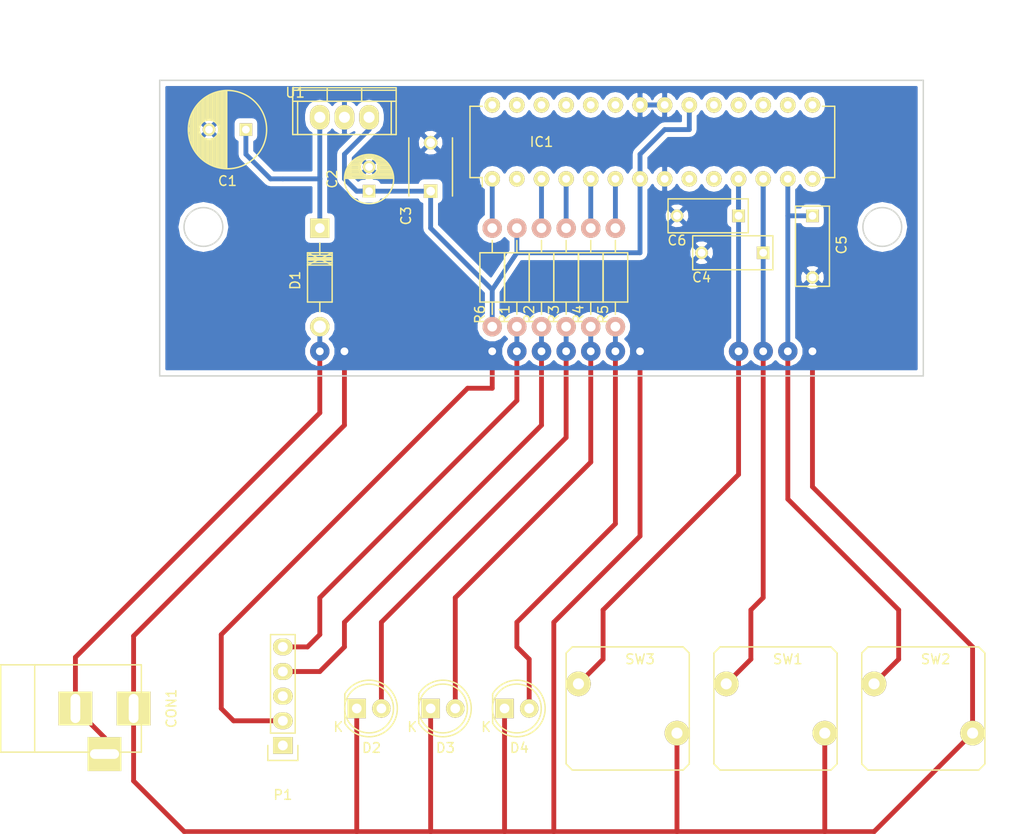
<source format=kicad_pcb>
(kicad_pcb (version 4) (host pcbnew 4.0.2+dfsg1-stable)

  (general
    (links 43)
    (no_connects 0)
    (area 93.824379 47.95 203.58 133.800002)
    (thickness 1.6)
    (drawings 12)
    (tracks 125)
    (zones 0)
    (modules 23)
    (nets 35)
  )

  (page A4)
  (layers
    (0 F.Cu signal)
    (31 B.Cu signal)
    (32 B.Adhes user)
    (33 F.Adhes user)
    (34 B.Paste user)
    (35 F.Paste user)
    (36 B.SilkS user)
    (37 F.SilkS user)
    (38 B.Mask user)
    (39 F.Mask user)
    (40 Dwgs.User user)
    (41 Cmts.User user)
    (42 Eco1.User user)
    (43 Eco2.User user)
    (44 Edge.Cuts user)
    (45 Margin user)
    (46 B.CrtYd user)
    (47 F.CrtYd user)
    (48 B.Fab user)
    (49 F.Fab user)
  )

  (setup
    (last_trace_width 0.5)
    (trace_clearance 0.2)
    (zone_clearance 0.508)
    (zone_45_only no)
    (trace_min 0.2)
    (segment_width 0.2)
    (edge_width 0.15)
    (via_size 2)
    (via_drill 0.8)
    (via_min_size 0.4)
    (via_min_drill 0.3)
    (uvia_size 0.3)
    (uvia_drill 0.1)
    (uvias_allowed no)
    (uvia_min_size 0)
    (uvia_min_drill 0)
    (pcb_text_width 0.3)
    (pcb_text_size 1.5 1.5)
    (mod_edge_width 0.15)
    (mod_text_size 1 1)
    (mod_text_width 0.15)
    (pad_size 1.524 1.524)
    (pad_drill 0.762)
    (pad_to_mask_clearance 0.2)
    (aux_axis_origin 0 0)
    (visible_elements FFFFFF7F)
    (pcbplotparams
      (layerselection 0x00000_80000000)
      (usegerberextensions false)
      (excludeedgelayer true)
      (linewidth 0.100000)
      (plotframeref false)
      (viasonmask false)
      (mode 1)
      (useauxorigin false)
      (hpglpennumber 1)
      (hpglpenspeed 20)
      (hpglpendiameter 15)
      (hpglpenoverlay 2)
      (psnegative false)
      (psa4output false)
      (plotreference true)
      (plotvalue true)
      (plotinvisibletext false)
      (padsonsilk false)
      (subtractmaskfromsilk false)
      (outputformat 1)
      (mirror false)
      (drillshape 0)
      (scaleselection 1)
      (outputdirectory output))
  )

  (net 0 "")
  (net 1 "Net-(C1-Pad1)")
  (net 2 GNDREF)
  (net 3 "Net-(C2-Pad1)")
  (net 4 "Net-(C4-Pad1)")
  (net 5 "Net-(C5-Pad1)")
  (net 6 "Net-(C7-Pad1)")
  (net 7 "Net-(CON1-Pad2)")
  (net 8 "Net-(D2-Pad2)")
  (net 9 "Net-(D3-Pad2)")
  (net 10 "Net-(D4-Pad2)")
  (net 11 "Net-(IC1-Pad1)")
  (net 12 "Net-(IC1-Pad2)")
  (net 13 "Net-(IC1-Pad3)")
  (net 14 "Net-(IC1-Pad4)")
  (net 15 "Net-(IC1-Pad5)")
  (net 16 "Net-(IC1-Pad6)")
  (net 17 "Net-(IC1-Pad9)")
  (net 18 "Net-(IC1-Pad10)")
  (net 19 "Net-(IC1-Pad14)")
  (net 20 "Net-(IC1-Pad15)")
  (net 21 "Net-(IC1-Pad16)")
  (net 22 "Net-(IC1-Pad17)")
  (net 23 "Net-(IC1-Pad18)")
  (net 24 "Net-(IC1-Pad19)")
  (net 25 "Net-(IC1-Pad23)")
  (net 26 "Net-(IC1-Pad24)")
  (net 27 "Net-(IC1-Pad25)")
  (net 28 "Net-(IC1-Pad26)")
  (net 29 "Net-(IC1-Pad27)")
  (net 30 "Net-(IC1-Pad28)")
  (net 31 "Net-(P1-Pad1)")
  (net 32 "Net-(P1-Pad3)")
  (net 33 "Net-(P1-Pad4)")
  (net 34 "Net-(P1-Pad5)")

  (net_class Default "This is the default net class."
    (clearance 0.2)
    (trace_width 0.5)
    (via_dia 2)
    (via_drill 0.8)
    (uvia_dia 0.3)
    (uvia_drill 0.1)
    (add_net GNDREF)
    (add_net "Net-(C1-Pad1)")
    (add_net "Net-(C2-Pad1)")
    (add_net "Net-(C4-Pad1)")
    (add_net "Net-(C5-Pad1)")
    (add_net "Net-(C7-Pad1)")
    (add_net "Net-(CON1-Pad2)")
    (add_net "Net-(D2-Pad2)")
    (add_net "Net-(D3-Pad2)")
    (add_net "Net-(D4-Pad2)")
    (add_net "Net-(IC1-Pad1)")
    (add_net "Net-(IC1-Pad10)")
    (add_net "Net-(IC1-Pad14)")
    (add_net "Net-(IC1-Pad15)")
    (add_net "Net-(IC1-Pad16)")
    (add_net "Net-(IC1-Pad17)")
    (add_net "Net-(IC1-Pad18)")
    (add_net "Net-(IC1-Pad19)")
    (add_net "Net-(IC1-Pad2)")
    (add_net "Net-(IC1-Pad23)")
    (add_net "Net-(IC1-Pad24)")
    (add_net "Net-(IC1-Pad25)")
    (add_net "Net-(IC1-Pad26)")
    (add_net "Net-(IC1-Pad27)")
    (add_net "Net-(IC1-Pad28)")
    (add_net "Net-(IC1-Pad3)")
    (add_net "Net-(IC1-Pad4)")
    (add_net "Net-(IC1-Pad5)")
    (add_net "Net-(IC1-Pad6)")
    (add_net "Net-(IC1-Pad9)")
    (add_net "Net-(P1-Pad1)")
    (add_net "Net-(P1-Pad3)")
    (add_net "Net-(P1-Pad4)")
    (add_net "Net-(P1-Pad5)")
  )

  (module Power_Integrations:TO-220 (layer F.Cu) (tedit 57B9D075) (tstamp 57AFB120)
    (at 129.54 59.69)
    (descr "Non Isolated JEDEC TO-220 Package")
    (tags "Power Integration YN Package")
    (path /57ADBAA6)
    (fp_text reference U1 (at -5.08 -2.54) (layer F.SilkS)
      (effects (font (size 1 1) (thickness 0.15)))
    )
    (fp_text value 7805 (at 5.08 -2.54) (layer F.Fab) hide
      (effects (font (size 1 1) (thickness 0.15)))
    )
    (fp_line (start 4.826 -1.651) (end 4.826 1.778) (layer F.SilkS) (width 0.15))
    (fp_line (start -4.826 -1.651) (end -4.826 1.778) (layer F.SilkS) (width 0.15))
    (fp_line (start 5.334 -2.794) (end -5.334 -2.794) (layer F.SilkS) (width 0.15))
    (fp_line (start 1.778 -1.778) (end 1.778 -3.048) (layer F.SilkS) (width 0.15))
    (fp_line (start -1.778 -1.778) (end -1.778 -3.048) (layer F.SilkS) (width 0.15))
    (fp_line (start -5.334 -1.651) (end 5.334 -1.651) (layer F.SilkS) (width 0.15))
    (fp_line (start 5.334 1.778) (end -5.334 1.778) (layer F.SilkS) (width 0.15))
    (fp_line (start -5.334 -3.048) (end -5.334 1.778) (layer F.SilkS) (width 0.15))
    (fp_line (start 5.334 -3.048) (end 5.334 1.778) (layer F.SilkS) (width 0.15))
    (fp_line (start 5.334 -3.048) (end -5.334 -3.048) (layer F.SilkS) (width 0.15))
    (pad 2 thru_hole oval (at 2.54 0) (size 2.032 2.54) (drill 1.143) (layers *.Cu *.Mask F.SilkS)
      (net 3 "Net-(C2-Pad1)"))
    (pad 3 thru_hole oval (at 0 0) (size 2.032 2.54) (drill 1.143) (layers *.Cu *.Mask F.SilkS)
      (net 2 GNDREF))
    (pad 1 thru_hole oval (at -2.54 0) (size 2.032 2.54) (drill 1.143) (layers *.Cu *.Mask F.SilkS)
      (net 1 "Net-(C1-Pad1)"))
    (model TO_SOT_Packages_THT.3dshapes/TO-220_Neutral123_Vertical.wrl
      (at (xyz 0 0 0))
      (scale (xyz 0.4 0.4 0.4))
      (rotate (xyz 0 0 0))
    )
  )

  (module Capacitors_ThroughHole:C_Rect_L7_W3.5_P5 (layer F.Cu) (tedit 57B0640E) (tstamp 57AFB095)
    (at 177.8 69.85 270)
    (descr "Film Capacitor Length 7mm x Width 3.5mm, Pitch 5mm")
    (tags Capacitor)
    (path /57AFF628)
    (fp_text reference C5 (at 3 -3 270) (layer F.SilkS)
      (effects (font (size 1 1) (thickness 0.15)))
    )
    (fp_text value 470nF (at 3 3 270) (layer F.Fab) hide
      (effects (font (size 1 1) (thickness 0.15)))
    )
    (fp_line (start -1.25 -2) (end 7.5 -2) (layer F.CrtYd) (width 0.05))
    (fp_line (start 7.52 -2) (end 7.52 2) (layer F.CrtYd) (width 0.05))
    (fp_line (start 7.5 2) (end -1.25 2) (layer F.CrtYd) (width 0.05))
    (fp_line (start -1.25 2) (end -1.25 -2) (layer F.CrtYd) (width 0.05))
    (fp_line (start -1 -1.75) (end 7.25 -1.75) (layer F.SilkS) (width 0.15))
    (fp_line (start 7.27 -1.75) (end 7.27 1.75) (layer F.SilkS) (width 0.15))
    (fp_line (start 7.25 1.75) (end -1 1.75) (layer F.SilkS) (width 0.15))
    (fp_line (start -1 1.75) (end -1 -1.75) (layer F.SilkS) (width 0.15))
    (pad 1 thru_hole rect (at 0 0 270) (size 1.3 1.3) (drill 0.8) (layers *.Cu *.Mask F.SilkS)
      (net 5 "Net-(C5-Pad1)"))
    (pad 2 thru_hole circle (at 6.35 0 270) (size 1.3 1.3) (drill 0.8) (layers *.Cu *.Mask F.SilkS)
      (net 2 GNDREF))
    (model Capacitors_ThroughHole.3dshapes/C_Rect_L7_W2_P5.wrl
      (at (xyz 0.12 0 0))
      (scale (xyz 1.25 1.25 1.25))
      (rotate (xyz 0 0 0))
    )
  )

  (module Capacitors_ThroughHole:C_Rect_L7_W3.5_P5 (layer F.Cu) (tedit 57B064D1) (tstamp 57AFB08F)
    (at 172.72 73.66 180)
    (descr "Film Capacitor Length 7mm x Width 3.5mm, Pitch 5mm")
    (tags Capacitor)
    (path /57AFF59A)
    (fp_text reference C4 (at 6.35 -2.54 180) (layer F.SilkS)
      (effects (font (size 1 1) (thickness 0.15)))
    )
    (fp_text value 470nF (at 3 3 180) (layer F.Fab) hide
      (effects (font (size 1 1) (thickness 0.15)))
    )
    (fp_line (start -1.25 -2) (end 7.5 -2) (layer F.CrtYd) (width 0.05))
    (fp_line (start 7.52 -2) (end 7.52 2) (layer F.CrtYd) (width 0.05))
    (fp_line (start 7.5 2) (end -1.25 2) (layer F.CrtYd) (width 0.05))
    (fp_line (start -1.25 2) (end -1.25 -2) (layer F.CrtYd) (width 0.05))
    (fp_line (start -1 -1.75) (end 7.25 -1.75) (layer F.SilkS) (width 0.15))
    (fp_line (start 7.27 -1.75) (end 7.27 1.75) (layer F.SilkS) (width 0.15))
    (fp_line (start 7.25 1.75) (end -1 1.75) (layer F.SilkS) (width 0.15))
    (fp_line (start -1 1.75) (end -1 -1.75) (layer F.SilkS) (width 0.15))
    (pad 1 thru_hole rect (at 0 0 180) (size 1.3 1.3) (drill 0.8) (layers *.Cu *.Mask F.SilkS)
      (net 4 "Net-(C4-Pad1)"))
    (pad 2 thru_hole circle (at 6.35 0 180) (size 1.3 1.3) (drill 0.8) (layers *.Cu *.Mask F.SilkS)
      (net 2 GNDREF))
    (model Capacitors_ThroughHole.3dshapes/C_Rect_L7_W2_P5.wrl
      (at (xyz 0.12 0 0))
      (scale (xyz 1.25 1.25 1.25))
      (rotate (xyz 0 0 0))
    )
  )

  (module Capacitors_ThroughHole:C_Rect_L7_W3.5_P5 (layer F.Cu) (tedit 57B06821) (tstamp 57AFB09B)
    (at 170.18 69.85 180)
    (descr "Film Capacitor Length 7mm x Width 3.5mm, Pitch 5mm")
    (tags Capacitor)
    (path /57AF9D35)
    (fp_text reference C6 (at 6.35 -2.54 180) (layer F.SilkS)
      (effects (font (size 1 1) (thickness 0.15)))
    )
    (fp_text value 470nF (at 3 3 180) (layer F.Fab) hide
      (effects (font (size 1 1) (thickness 0.15)))
    )
    (fp_line (start -1.25 -2) (end 7.5 -2) (layer F.CrtYd) (width 0.05))
    (fp_line (start 7.52 -2) (end 7.52 2) (layer F.CrtYd) (width 0.05))
    (fp_line (start 7.5 2) (end -1.25 2) (layer F.CrtYd) (width 0.05))
    (fp_line (start -1.25 2) (end -1.25 -2) (layer F.CrtYd) (width 0.05))
    (fp_line (start -1 -1.75) (end 7.25 -1.75) (layer F.SilkS) (width 0.15))
    (fp_line (start 7.27 -1.75) (end 7.27 1.75) (layer F.SilkS) (width 0.15))
    (fp_line (start 7.25 1.75) (end -1 1.75) (layer F.SilkS) (width 0.15))
    (fp_line (start -1 1.75) (end -1 -1.75) (layer F.SilkS) (width 0.15))
    (pad 1 thru_hole rect (at 0 0 180) (size 1.3 1.3) (drill 0.8) (layers *.Cu *.Mask F.SilkS)
      (net 6 "Net-(C7-Pad1)"))
    (pad 2 thru_hole circle (at 6.35 0 180) (size 1.3 1.3) (drill 0.8) (layers *.Cu *.Mask F.SilkS)
      (net 2 GNDREF))
    (model Capacitors_ThroughHole.3dshapes/C_Rect_L7_W2_P5.wrl
      (at (xyz 0.12 0 0))
      (scale (xyz 1.25 1.25 1.25))
      (rotate (xyz 0 0 0))
    )
  )

  (module Capacitors_ThroughHole:C_Radial_D8_L13_P3.8 (layer F.Cu) (tedit 57B06386) (tstamp 57AFB07D)
    (at 119.38 60.96 180)
    (descr "Radial Electrolytic Capacitor Diameter 8mm x Length 13mm, Pitch 3.8mm")
    (tags "Electrolytic Capacitor")
    (path /57ADBD7F)
    (fp_text reference C1 (at 1.9 -5.3 180) (layer F.SilkS)
      (effects (font (size 1 1) (thickness 0.15)))
    )
    (fp_text value 100uF (at 1.9 5.3 180) (layer F.Fab) hide
      (effects (font (size 1 1) (thickness 0.15)))
    )
    (fp_line (start 1.975 -3.999) (end 1.975 3.999) (layer F.SilkS) (width 0.15))
    (fp_line (start 2.115 -3.994) (end 2.115 3.994) (layer F.SilkS) (width 0.15))
    (fp_line (start 2.255 -3.984) (end 2.255 3.984) (layer F.SilkS) (width 0.15))
    (fp_line (start 2.395 -3.969) (end 2.395 3.969) (layer F.SilkS) (width 0.15))
    (fp_line (start 2.535 -3.949) (end 2.535 3.949) (layer F.SilkS) (width 0.15))
    (fp_line (start 2.675 -3.924) (end 2.675 3.924) (layer F.SilkS) (width 0.15))
    (fp_line (start 2.815 -3.894) (end 2.815 -0.173) (layer F.SilkS) (width 0.15))
    (fp_line (start 2.815 0.173) (end 2.815 3.894) (layer F.SilkS) (width 0.15))
    (fp_line (start 2.955 -3.858) (end 2.955 -0.535) (layer F.SilkS) (width 0.15))
    (fp_line (start 2.955 0.535) (end 2.955 3.858) (layer F.SilkS) (width 0.15))
    (fp_line (start 3.095 -3.817) (end 3.095 -0.709) (layer F.SilkS) (width 0.15))
    (fp_line (start 3.095 0.709) (end 3.095 3.817) (layer F.SilkS) (width 0.15))
    (fp_line (start 3.235 -3.771) (end 3.235 -0.825) (layer F.SilkS) (width 0.15))
    (fp_line (start 3.235 0.825) (end 3.235 3.771) (layer F.SilkS) (width 0.15))
    (fp_line (start 3.375 -3.718) (end 3.375 -0.905) (layer F.SilkS) (width 0.15))
    (fp_line (start 3.375 0.905) (end 3.375 3.718) (layer F.SilkS) (width 0.15))
    (fp_line (start 3.515 -3.659) (end 3.515 -0.959) (layer F.SilkS) (width 0.15))
    (fp_line (start 3.515 0.959) (end 3.515 3.659) (layer F.SilkS) (width 0.15))
    (fp_line (start 3.655 -3.594) (end 3.655 -0.989) (layer F.SilkS) (width 0.15))
    (fp_line (start 3.655 0.989) (end 3.655 3.594) (layer F.SilkS) (width 0.15))
    (fp_line (start 3.795 -3.523) (end 3.795 -1) (layer F.SilkS) (width 0.15))
    (fp_line (start 3.795 1) (end 3.795 3.523) (layer F.SilkS) (width 0.15))
    (fp_line (start 3.935 -3.444) (end 3.935 -0.991) (layer F.SilkS) (width 0.15))
    (fp_line (start 3.935 0.991) (end 3.935 3.444) (layer F.SilkS) (width 0.15))
    (fp_line (start 4.075 -3.357) (end 4.075 -0.961) (layer F.SilkS) (width 0.15))
    (fp_line (start 4.075 0.961) (end 4.075 3.357) (layer F.SilkS) (width 0.15))
    (fp_line (start 4.215 -3.262) (end 4.215 -0.91) (layer F.SilkS) (width 0.15))
    (fp_line (start 4.215 0.91) (end 4.215 3.262) (layer F.SilkS) (width 0.15))
    (fp_line (start 4.355 -3.158) (end 4.355 -0.832) (layer F.SilkS) (width 0.15))
    (fp_line (start 4.355 0.832) (end 4.355 3.158) (layer F.SilkS) (width 0.15))
    (fp_line (start 4.495 -3.044) (end 4.495 -0.719) (layer F.SilkS) (width 0.15))
    (fp_line (start 4.495 0.719) (end 4.495 3.044) (layer F.SilkS) (width 0.15))
    (fp_line (start 4.635 -2.919) (end 4.635 -0.55) (layer F.SilkS) (width 0.15))
    (fp_line (start 4.635 0.55) (end 4.635 2.919) (layer F.SilkS) (width 0.15))
    (fp_line (start 4.775 -2.781) (end 4.775 -0.222) (layer F.SilkS) (width 0.15))
    (fp_line (start 4.775 0.222) (end 4.775 2.781) (layer F.SilkS) (width 0.15))
    (fp_line (start 4.915 -2.629) (end 4.915 2.629) (layer F.SilkS) (width 0.15))
    (fp_line (start 5.055 -2.459) (end 5.055 2.459) (layer F.SilkS) (width 0.15))
    (fp_line (start 5.195 -2.268) (end 5.195 2.268) (layer F.SilkS) (width 0.15))
    (fp_line (start 5.335 -2.05) (end 5.335 2.05) (layer F.SilkS) (width 0.15))
    (fp_line (start 5.475 -1.794) (end 5.475 1.794) (layer F.SilkS) (width 0.15))
    (fp_line (start 5.615 -1.483) (end 5.615 1.483) (layer F.SilkS) (width 0.15))
    (fp_line (start 5.755 -1.067) (end 5.755 1.067) (layer F.SilkS) (width 0.15))
    (fp_line (start 5.895 -0.2) (end 5.895 0.2) (layer F.SilkS) (width 0.15))
    (fp_circle (center 3.8 0) (end 3.8 -1) (layer F.SilkS) (width 0.15))
    (fp_circle (center 1.9 0) (end 1.9 -4.0375) (layer F.SilkS) (width 0.15))
    (fp_circle (center 1.9 0) (end 1.9 -4.3) (layer F.CrtYd) (width 0.05))
    (pad 1 thru_hole rect (at 0 0 180) (size 1.3 1.3) (drill 0.8) (layers *.Cu *.Mask F.SilkS)
      (net 1 "Net-(C1-Pad1)"))
    (pad 2 thru_hole circle (at 3.8 0 180) (size 1.3 1.3) (drill 0.8) (layers *.Cu *.Mask F.SilkS)
      (net 2 GNDREF))
    (model Capacitors_ThroughHole.3dshapes/C_Radial_D8_L13_P3.8.wrl
      (at (xyz 0.0748031 0 0))
      (scale (xyz 1 1 1))
      (rotate (xyz 0 0 90))
    )
  )

  (module Capacitors_ThroughHole:C_Radial_D5_L11_P2.5 (layer F.Cu) (tedit 57B063A3) (tstamp 57AFB083)
    (at 132.08 67.31 90)
    (descr "Radial Electrolytic Capacitor Diameter 5mm x Length 11mm, Pitch 2.5mm")
    (tags "Electrolytic Capacitor")
    (path /57ADBE25)
    (fp_text reference C2 (at 1.25 -3.8 90) (layer F.SilkS)
      (effects (font (size 1 1) (thickness 0.15)))
    )
    (fp_text value 10uF (at 1.25 3.8 90) (layer F.Fab) hide
      (effects (font (size 1 1) (thickness 0.15)))
    )
    (fp_line (start 1.325 -2.499) (end 1.325 2.499) (layer F.SilkS) (width 0.15))
    (fp_line (start 1.465 -2.491) (end 1.465 2.491) (layer F.SilkS) (width 0.15))
    (fp_line (start 1.605 -2.475) (end 1.605 -0.095) (layer F.SilkS) (width 0.15))
    (fp_line (start 1.605 0.095) (end 1.605 2.475) (layer F.SilkS) (width 0.15))
    (fp_line (start 1.745 -2.451) (end 1.745 -0.49) (layer F.SilkS) (width 0.15))
    (fp_line (start 1.745 0.49) (end 1.745 2.451) (layer F.SilkS) (width 0.15))
    (fp_line (start 1.885 -2.418) (end 1.885 -0.657) (layer F.SilkS) (width 0.15))
    (fp_line (start 1.885 0.657) (end 1.885 2.418) (layer F.SilkS) (width 0.15))
    (fp_line (start 2.025 -2.377) (end 2.025 -0.764) (layer F.SilkS) (width 0.15))
    (fp_line (start 2.025 0.764) (end 2.025 2.377) (layer F.SilkS) (width 0.15))
    (fp_line (start 2.165 -2.327) (end 2.165 -0.835) (layer F.SilkS) (width 0.15))
    (fp_line (start 2.165 0.835) (end 2.165 2.327) (layer F.SilkS) (width 0.15))
    (fp_line (start 2.305 -2.266) (end 2.305 -0.879) (layer F.SilkS) (width 0.15))
    (fp_line (start 2.305 0.879) (end 2.305 2.266) (layer F.SilkS) (width 0.15))
    (fp_line (start 2.445 -2.196) (end 2.445 -0.898) (layer F.SilkS) (width 0.15))
    (fp_line (start 2.445 0.898) (end 2.445 2.196) (layer F.SilkS) (width 0.15))
    (fp_line (start 2.585 -2.114) (end 2.585 -0.896) (layer F.SilkS) (width 0.15))
    (fp_line (start 2.585 0.896) (end 2.585 2.114) (layer F.SilkS) (width 0.15))
    (fp_line (start 2.725 -2.019) (end 2.725 -0.871) (layer F.SilkS) (width 0.15))
    (fp_line (start 2.725 0.871) (end 2.725 2.019) (layer F.SilkS) (width 0.15))
    (fp_line (start 2.865 -1.908) (end 2.865 -0.823) (layer F.SilkS) (width 0.15))
    (fp_line (start 2.865 0.823) (end 2.865 1.908) (layer F.SilkS) (width 0.15))
    (fp_line (start 3.005 -1.78) (end 3.005 -0.745) (layer F.SilkS) (width 0.15))
    (fp_line (start 3.005 0.745) (end 3.005 1.78) (layer F.SilkS) (width 0.15))
    (fp_line (start 3.145 -1.631) (end 3.145 -0.628) (layer F.SilkS) (width 0.15))
    (fp_line (start 3.145 0.628) (end 3.145 1.631) (layer F.SilkS) (width 0.15))
    (fp_line (start 3.285 -1.452) (end 3.285 -0.44) (layer F.SilkS) (width 0.15))
    (fp_line (start 3.285 0.44) (end 3.285 1.452) (layer F.SilkS) (width 0.15))
    (fp_line (start 3.425 -1.233) (end 3.425 1.233) (layer F.SilkS) (width 0.15))
    (fp_line (start 3.565 -0.944) (end 3.565 0.944) (layer F.SilkS) (width 0.15))
    (fp_line (start 3.705 -0.472) (end 3.705 0.472) (layer F.SilkS) (width 0.15))
    (fp_circle (center 2.5 0) (end 2.5 -0.9) (layer F.SilkS) (width 0.15))
    (fp_circle (center 1.25 0) (end 1.25 -2.5375) (layer F.SilkS) (width 0.15))
    (fp_circle (center 1.25 0) (end 1.25 -2.8) (layer F.CrtYd) (width 0.05))
    (pad 1 thru_hole rect (at 0 0 90) (size 1.3 1.3) (drill 0.8) (layers *.Cu *.Mask F.SilkS)
      (net 3 "Net-(C2-Pad1)"))
    (pad 2 thru_hole circle (at 2.5 0 90) (size 1.3 1.3) (drill 0.8) (layers *.Cu *.Mask F.SilkS)
      (net 2 GNDREF))
    (model Capacitors_ThroughHole.3dshapes/C_Radial_D5_L11_P2.5.wrl
      (at (xyz 0.049213 0 0))
      (scale (xyz 1 1 1))
      (rotate (xyz 0 0 90))
    )
  )

  (module Capacitors_ThroughHole:C_Disc_D6_P5 (layer F.Cu) (tedit 57B064AE) (tstamp 57AFB089)
    (at 138.43 67.31 90)
    (descr "Capacitor 6mm Disc, Pitch 5mm")
    (tags Capacitor)
    (path /57ADBC02)
    (fp_text reference C3 (at -2.54 -2.54 90) (layer F.SilkS)
      (effects (font (size 1 1) (thickness 0.15)))
    )
    (fp_text value 100nF (at 2.5 3.5 90) (layer F.Fab) hide
      (effects (font (size 1 1) (thickness 0.15)))
    )
    (fp_line (start -0.95 -2.5) (end 5.95 -2.5) (layer F.CrtYd) (width 0.05))
    (fp_line (start 5.95 -2.5) (end 5.95 2.5) (layer F.CrtYd) (width 0.05))
    (fp_line (start 5.95 2.5) (end -0.95 2.5) (layer F.CrtYd) (width 0.05))
    (fp_line (start -0.95 2.5) (end -0.95 -2.5) (layer F.CrtYd) (width 0.05))
    (fp_line (start -0.5 -2.25) (end 5.5 -2.25) (layer F.SilkS) (width 0.15))
    (fp_line (start 5.5 2.25) (end -0.5 2.25) (layer F.SilkS) (width 0.15))
    (pad 1 thru_hole rect (at 0 0 90) (size 1.4 1.4) (drill 0.9) (layers *.Cu *.Mask F.SilkS)
      (net 3 "Net-(C2-Pad1)"))
    (pad 2 thru_hole circle (at 5 0 90) (size 1.4 1.4) (drill 0.9) (layers *.Cu *.Mask F.SilkS)
      (net 2 GNDREF))
    (model Capacitors_ThroughHole.3dshapes/C_Disc_D6_P5.wrl
      (at (xyz 0.0984252 0 0))
      (scale (xyz 1 1 1))
      (rotate (xyz 0 0 0))
    )
  )

  (module Connect:BARREL_JACK (layer F.Cu) (tedit 57B0642F) (tstamp 57AFB0A2)
    (at 101.6 120.65)
    (descr "DC Barrel Jack")
    (tags "Power Jack")
    (path /57B02E4E)
    (fp_text reference CON1 (at 10.09904 0 90) (layer F.SilkS)
      (effects (font (size 1 1) (thickness 0.15)))
    )
    (fp_text value BARREL_JACK (at 0 -5.99948) (layer F.Fab) hide
      (effects (font (size 1 1) (thickness 0.15)))
    )
    (fp_line (start -4.0005 -4.50088) (end -4.0005 4.50088) (layer F.SilkS) (width 0.15))
    (fp_line (start -7.50062 -4.50088) (end -7.50062 4.50088) (layer F.SilkS) (width 0.15))
    (fp_line (start -7.50062 4.50088) (end 7.00024 4.50088) (layer F.SilkS) (width 0.15))
    (fp_line (start 7.00024 4.50088) (end 7.00024 -4.50088) (layer F.SilkS) (width 0.15))
    (fp_line (start 7.00024 -4.50088) (end -7.50062 -4.50088) (layer F.SilkS) (width 0.15))
    (pad 1 thru_hole rect (at 6.20014 0) (size 3.50012 3.50012) (drill oval 1.00076 2.99974) (layers *.Cu *.Mask F.SilkS)
      (net 2 GNDREF))
    (pad 2 thru_hole rect (at 0.20066 0) (size 3.50012 3.50012) (drill oval 1.00076 2.99974) (layers *.Cu *.Mask F.SilkS)
      (net 7 "Net-(CON1-Pad2)"))
    (pad 3 thru_hole rect (at 3.2004 4.699) (size 3.50012 3.50012) (drill oval 2.99974 1.00076) (layers *.Cu *.Mask F.SilkS)
      (net 7 "Net-(CON1-Pad2)"))
    (model Connect.3dshapes/JACK_ALIM.wrl
      (at (xyz 0.025 0 0))
      (scale (xyz 0.75 0.75 0.75))
      (rotate (xyz 0 0 0))
    )
  )

  (module Diodes_ThroughHole:Diode_DO-41_SOD81_Horizontal_RM10 (layer F.Cu) (tedit 57B06399) (tstamp 57AFB0A8)
    (at 127 71.12 270)
    (descr "Diode, DO-41, SOD81, Horizontal, RM 10mm,")
    (tags "Diode, DO-41, SOD81, Horizontal, RM 10mm, 1N4007, SB140,")
    (path /57ADD40D)
    (fp_text reference D1 (at 5.38734 2.53746 270) (layer F.SilkS)
      (effects (font (size 1 1) (thickness 0.15)))
    )
    (fp_text value 1N4004 (at 4.37134 -3.55854 270) (layer F.Fab) hide
      (effects (font (size 1 1) (thickness 0.15)))
    )
    (fp_line (start 7.62 -0.00254) (end 8.636 -0.00254) (layer F.SilkS) (width 0.15))
    (fp_line (start 2.794 -0.00254) (end 1.524 -0.00254) (layer F.SilkS) (width 0.15))
    (fp_line (start 3.048 -1.27254) (end 3.048 1.26746) (layer F.SilkS) (width 0.15))
    (fp_line (start 3.302 -1.27254) (end 3.302 1.26746) (layer F.SilkS) (width 0.15))
    (fp_line (start 3.556 -1.27254) (end 3.556 1.26746) (layer F.SilkS) (width 0.15))
    (fp_line (start 2.794 -1.27254) (end 2.794 1.26746) (layer F.SilkS) (width 0.15))
    (fp_line (start 3.81 -1.27254) (end 2.54 1.26746) (layer F.SilkS) (width 0.15))
    (fp_line (start 2.54 -1.27254) (end 3.81 1.26746) (layer F.SilkS) (width 0.15))
    (fp_line (start 3.81 -1.27254) (end 3.81 1.26746) (layer F.SilkS) (width 0.15))
    (fp_line (start 3.175 -1.27254) (end 3.175 1.26746) (layer F.SilkS) (width 0.15))
    (fp_line (start 2.54 1.26746) (end 2.54 -1.27254) (layer F.SilkS) (width 0.15))
    (fp_line (start 2.54 -1.27254) (end 7.62 -1.27254) (layer F.SilkS) (width 0.15))
    (fp_line (start 7.62 -1.27254) (end 7.62 1.26746) (layer F.SilkS) (width 0.15))
    (fp_line (start 7.62 1.26746) (end 2.54 1.26746) (layer F.SilkS) (width 0.15))
    (pad 2 thru_hole circle (at 10.16 -0.00254 90) (size 1.99898 1.99898) (drill 1.27) (layers *.Cu *.Mask F.SilkS)
      (net 7 "Net-(CON1-Pad2)"))
    (pad 1 thru_hole rect (at 0 -0.00254 90) (size 1.99898 1.99898) (drill 1.00076) (layers *.Cu *.Mask F.SilkS)
      (net 1 "Net-(C1-Pad1)"))
    (model Diodes_ThroughHole.3dshapes/Diode_DO-35_SOD27_Horizontal_RM10.wrl
      (at (xyz 0.2 0 0))
      (scale (xyz 0.4 0.4 0.4))
      (rotate (xyz 0 0 180))
    )
  )

  (module LEDs:LED-5MM (layer F.Cu) (tedit 57B06443) (tstamp 57AFB0AE)
    (at 130.81 120.65)
    (descr "LED 5mm round vertical")
    (tags "LED 5mm round vertical")
    (path /57AFB71C)
    (fp_text reference D2 (at 1.524 4.064) (layer F.SilkS)
      (effects (font (size 1 1) (thickness 0.15)))
    )
    (fp_text value LED (at 1.524 -3.937) (layer F.Fab) hide
      (effects (font (size 1 1) (thickness 0.15)))
    )
    (fp_line (start -1.5 -1.55) (end -1.5 1.55) (layer F.CrtYd) (width 0.05))
    (fp_arc (start 1.3 0) (end -1.5 1.55) (angle -302) (layer F.CrtYd) (width 0.05))
    (fp_arc (start 1.27 0) (end -1.23 -1.5) (angle 297.5) (layer F.SilkS) (width 0.15))
    (fp_line (start -1.23 1.5) (end -1.23 -1.5) (layer F.SilkS) (width 0.15))
    (fp_circle (center 1.27 0) (end 0.97 -2.5) (layer F.SilkS) (width 0.15))
    (fp_text user K (at -1.905 1.905) (layer F.SilkS)
      (effects (font (size 1 1) (thickness 0.15)))
    )
    (pad 1 thru_hole rect (at 0 0 90) (size 2 1.9) (drill 1.00076) (layers *.Cu *.Mask F.SilkS)
      (net 2 GNDREF))
    (pad 2 thru_hole circle (at 2.54 0) (size 1.9 1.9) (drill 1.00076) (layers *.Cu *.Mask F.SilkS)
      (net 8 "Net-(D2-Pad2)"))
    (model LEDs.3dshapes/LED-5MM.wrl
      (at (xyz 0.05 0 0))
      (scale (xyz 1 1 1))
      (rotate (xyz 0 0 90))
    )
  )

  (module LEDs:LED-5MM (layer F.Cu) (tedit 57B0644B) (tstamp 57AFB0B4)
    (at 138.43 120.65)
    (descr "LED 5mm round vertical")
    (tags "LED 5mm round vertical")
    (path /57AFB819)
    (fp_text reference D3 (at 1.524 4.064) (layer F.SilkS)
      (effects (font (size 1 1) (thickness 0.15)))
    )
    (fp_text value LED (at 1.524 -3.937) (layer F.Fab) hide
      (effects (font (size 1 1) (thickness 0.15)))
    )
    (fp_line (start -1.5 -1.55) (end -1.5 1.55) (layer F.CrtYd) (width 0.05))
    (fp_arc (start 1.3 0) (end -1.5 1.55) (angle -302) (layer F.CrtYd) (width 0.05))
    (fp_arc (start 1.27 0) (end -1.23 -1.5) (angle 297.5) (layer F.SilkS) (width 0.15))
    (fp_line (start -1.23 1.5) (end -1.23 -1.5) (layer F.SilkS) (width 0.15))
    (fp_circle (center 1.27 0) (end 0.97 -2.5) (layer F.SilkS) (width 0.15))
    (fp_text user K (at -1.905 1.905) (layer F.SilkS)
      (effects (font (size 1 1) (thickness 0.15)))
    )
    (pad 1 thru_hole rect (at 0 0 90) (size 2 1.9) (drill 1.00076) (layers *.Cu *.Mask F.SilkS)
      (net 2 GNDREF))
    (pad 2 thru_hole circle (at 2.54 0) (size 1.9 1.9) (drill 1.00076) (layers *.Cu *.Mask F.SilkS)
      (net 9 "Net-(D3-Pad2)"))
    (model LEDs.3dshapes/LED-5MM.wrl
      (at (xyz 0.05 0 0))
      (scale (xyz 1 1 1))
      (rotate (xyz 0 0 90))
    )
  )

  (module LEDs:LED-5MM (layer F.Cu) (tedit 57B06450) (tstamp 57AFB0BA)
    (at 146.05 120.65)
    (descr "LED 5mm round vertical")
    (tags "LED 5mm round vertical")
    (path /57AFB874)
    (fp_text reference D4 (at 1.524 4.064) (layer F.SilkS)
      (effects (font (size 1 1) (thickness 0.15)))
    )
    (fp_text value LED (at 1.524 -3.937) (layer F.Fab) hide
      (effects (font (size 1 1) (thickness 0.15)))
    )
    (fp_line (start -1.5 -1.55) (end -1.5 1.55) (layer F.CrtYd) (width 0.05))
    (fp_arc (start 1.3 0) (end -1.5 1.55) (angle -302) (layer F.CrtYd) (width 0.05))
    (fp_arc (start 1.27 0) (end -1.23 -1.5) (angle 297.5) (layer F.SilkS) (width 0.15))
    (fp_line (start -1.23 1.5) (end -1.23 -1.5) (layer F.SilkS) (width 0.15))
    (fp_circle (center 1.27 0) (end 0.97 -2.5) (layer F.SilkS) (width 0.15))
    (fp_text user K (at -1.905 1.905) (layer F.SilkS)
      (effects (font (size 1 1) (thickness 0.15)))
    )
    (pad 1 thru_hole rect (at 0 0 90) (size 2 1.9) (drill 1.00076) (layers *.Cu *.Mask F.SilkS)
      (net 2 GNDREF))
    (pad 2 thru_hole circle (at 2.54 0) (size 1.9 1.9) (drill 1.00076) (layers *.Cu *.Mask F.SilkS)
      (net 10 "Net-(D4-Pad2)"))
    (model LEDs.3dshapes/LED-5MM.wrl
      (at (xyz 0.05 0 0))
      (scale (xyz 1 1 1))
      (rotate (xyz 0 0 90))
    )
  )

  (module Housings_DIP:DIP-28_W7.62mm (layer F.Cu) (tedit 57B06494) (tstamp 57AFB0DA)
    (at 144.78 66.04 90)
    (descr "28-lead dip package, row spacing 7.62 mm (300 mils)")
    (tags "dil dip 2.54 300")
    (path /57ADC080)
    (fp_text reference IC1 (at 3.81 5.08 180) (layer F.SilkS)
      (effects (font (size 1 1) (thickness 0.15)))
    )
    (fp_text value ATMEGA8-P (at 0 -3.72 90) (layer F.Fab) hide
      (effects (font (size 1 1) (thickness 0.15)))
    )
    (fp_line (start -1.05 -2.45) (end -1.05 35.5) (layer F.CrtYd) (width 0.05))
    (fp_line (start 8.65 -2.45) (end 8.65 35.5) (layer F.CrtYd) (width 0.05))
    (fp_line (start -1.05 -2.45) (end 8.65 -2.45) (layer F.CrtYd) (width 0.05))
    (fp_line (start -1.05 35.5) (end 8.65 35.5) (layer F.CrtYd) (width 0.05))
    (fp_line (start 0.135 -2.295) (end 0.135 -1.025) (layer F.SilkS) (width 0.15))
    (fp_line (start 7.485 -2.295) (end 7.485 -1.025) (layer F.SilkS) (width 0.15))
    (fp_line (start 7.485 35.315) (end 7.485 34.045) (layer F.SilkS) (width 0.15))
    (fp_line (start 0.135 35.315) (end 0.135 34.045) (layer F.SilkS) (width 0.15))
    (fp_line (start 0.135 -2.295) (end 7.485 -2.295) (layer F.SilkS) (width 0.15))
    (fp_line (start 0.135 35.315) (end 7.485 35.315) (layer F.SilkS) (width 0.15))
    (fp_line (start 0.135 -1.025) (end -0.8 -1.025) (layer F.SilkS) (width 0.15))
    (pad 1 thru_hole oval (at 0 0 90) (size 1.6 1.6) (drill 0.8) (layers *.Cu *.Mask F.SilkS)
      (net 11 "Net-(IC1-Pad1)"))
    (pad 2 thru_hole oval (at 0 2.54 90) (size 1.6 1.6) (drill 0.8) (layers *.Cu *.Mask F.SilkS)
      (net 12 "Net-(IC1-Pad2)"))
    (pad 3 thru_hole oval (at 0 5.08 90) (size 1.6 1.6) (drill 0.8) (layers *.Cu *.Mask F.SilkS)
      (net 13 "Net-(IC1-Pad3)"))
    (pad 4 thru_hole oval (at 0 7.62 90) (size 1.6 1.6) (drill 0.8) (layers *.Cu *.Mask F.SilkS)
      (net 14 "Net-(IC1-Pad4)"))
    (pad 5 thru_hole oval (at 0 10.16 90) (size 1.6 1.6) (drill 0.8) (layers *.Cu *.Mask F.SilkS)
      (net 15 "Net-(IC1-Pad5)"))
    (pad 6 thru_hole oval (at 0 12.7 90) (size 1.6 1.6) (drill 0.8) (layers *.Cu *.Mask F.SilkS)
      (net 16 "Net-(IC1-Pad6)"))
    (pad 7 thru_hole oval (at 0 15.24 90) (size 1.6 1.6) (drill 0.8) (layers *.Cu *.Mask F.SilkS)
      (net 3 "Net-(C2-Pad1)"))
    (pad 8 thru_hole oval (at 0 17.78 90) (size 1.6 1.6) (drill 0.8) (layers *.Cu *.Mask F.SilkS)
      (net 2 GNDREF))
    (pad 9 thru_hole oval (at 0 20.32 90) (size 1.6 1.6) (drill 0.8) (layers *.Cu *.Mask F.SilkS)
      (net 17 "Net-(IC1-Pad9)"))
    (pad 10 thru_hole oval (at 0 22.86 90) (size 1.6 1.6) (drill 0.8) (layers *.Cu *.Mask F.SilkS)
      (net 18 "Net-(IC1-Pad10)"))
    (pad 11 thru_hole oval (at 0 25.4 90) (size 1.6 1.6) (drill 0.8) (layers *.Cu *.Mask F.SilkS)
      (net 6 "Net-(C7-Pad1)"))
    (pad 12 thru_hole oval (at 0 27.94 90) (size 1.6 1.6) (drill 0.8) (layers *.Cu *.Mask F.SilkS)
      (net 4 "Net-(C4-Pad1)"))
    (pad 13 thru_hole oval (at 0 30.48 90) (size 1.6 1.6) (drill 0.8) (layers *.Cu *.Mask F.SilkS)
      (net 5 "Net-(C5-Pad1)"))
    (pad 14 thru_hole oval (at 0 33.02 90) (size 1.6 1.6) (drill 0.8) (layers *.Cu *.Mask F.SilkS)
      (net 19 "Net-(IC1-Pad14)"))
    (pad 15 thru_hole oval (at 7.62 33.02 90) (size 1.6 1.6) (drill 0.8) (layers *.Cu *.Mask F.SilkS)
      (net 20 "Net-(IC1-Pad15)"))
    (pad 16 thru_hole oval (at 7.62 30.48 90) (size 1.6 1.6) (drill 0.8) (layers *.Cu *.Mask F.SilkS)
      (net 21 "Net-(IC1-Pad16)"))
    (pad 17 thru_hole oval (at 7.62 27.94 90) (size 1.6 1.6) (drill 0.8) (layers *.Cu *.Mask F.SilkS)
      (net 22 "Net-(IC1-Pad17)"))
    (pad 18 thru_hole oval (at 7.62 25.4 90) (size 1.6 1.6) (drill 0.8) (layers *.Cu *.Mask F.SilkS)
      (net 23 "Net-(IC1-Pad18)"))
    (pad 19 thru_hole oval (at 7.62 22.86 90) (size 1.6 1.6) (drill 0.8) (layers *.Cu *.Mask F.SilkS)
      (net 24 "Net-(IC1-Pad19)"))
    (pad 20 thru_hole oval (at 7.62 20.32 90) (size 1.6 1.6) (drill 0.8) (layers *.Cu *.Mask F.SilkS)
      (net 3 "Net-(C2-Pad1)"))
    (pad 21 thru_hole oval (at 7.62 17.78 90) (size 1.6 1.6) (drill 0.8) (layers *.Cu *.Mask F.SilkS)
      (net 2 GNDREF))
    (pad 22 thru_hole oval (at 7.62 15.24 90) (size 1.6 1.6) (drill 0.8) (layers *.Cu *.Mask F.SilkS)
      (net 2 GNDREF))
    (pad 23 thru_hole oval (at 7.62 12.7 90) (size 1.6 1.6) (drill 0.8) (layers *.Cu *.Mask F.SilkS)
      (net 25 "Net-(IC1-Pad23)"))
    (pad 24 thru_hole oval (at 7.62 10.16 90) (size 1.6 1.6) (drill 0.8) (layers *.Cu *.Mask F.SilkS)
      (net 26 "Net-(IC1-Pad24)"))
    (pad 25 thru_hole oval (at 7.62 7.62 90) (size 1.6 1.6) (drill 0.8) (layers *.Cu *.Mask F.SilkS)
      (net 27 "Net-(IC1-Pad25)"))
    (pad 26 thru_hole oval (at 7.62 5.08 90) (size 1.6 1.6) (drill 0.8) (layers *.Cu *.Mask F.SilkS)
      (net 28 "Net-(IC1-Pad26)"))
    (pad 27 thru_hole oval (at 7.62 2.54 90) (size 1.6 1.6) (drill 0.8) (layers *.Cu *.Mask F.SilkS)
      (net 29 "Net-(IC1-Pad27)"))
    (pad 28 thru_hole oval (at 7.62 0 90) (size 1.6 1.6) (drill 0.8) (layers *.Cu *.Mask F.SilkS)
      (net 30 "Net-(IC1-Pad28)"))
    (model Housings_DIP.3dshapes/DIP-28_W7.62mm.wrl
      (at (xyz 0 0 0))
      (scale (xyz 1 1 1))
      (rotate (xyz 0 0 0))
    )
  )

  (module Pin_Headers:Pin_Header_Straight_1x05 (layer F.Cu) (tedit 57B0643D) (tstamp 57AFB0E3)
    (at 123.19 124.46 180)
    (descr "Through hole pin header")
    (tags "pin header")
    (path /57ADD676)
    (fp_text reference P1 (at 0 -5.1 180) (layer F.SilkS)
      (effects (font (size 1 1) (thickness 0.15)))
    )
    (fp_text value DIN_5 (at 0 -3.1 180) (layer F.Fab) hide
      (effects (font (size 1 1) (thickness 0.15)))
    )
    (fp_line (start -1.55 0) (end -1.55 -1.55) (layer F.SilkS) (width 0.15))
    (fp_line (start -1.55 -1.55) (end 1.55 -1.55) (layer F.SilkS) (width 0.15))
    (fp_line (start 1.55 -1.55) (end 1.55 0) (layer F.SilkS) (width 0.15))
    (fp_line (start -1.75 -1.75) (end -1.75 11.95) (layer F.CrtYd) (width 0.05))
    (fp_line (start 1.75 -1.75) (end 1.75 11.95) (layer F.CrtYd) (width 0.05))
    (fp_line (start -1.75 -1.75) (end 1.75 -1.75) (layer F.CrtYd) (width 0.05))
    (fp_line (start -1.75 11.95) (end 1.75 11.95) (layer F.CrtYd) (width 0.05))
    (fp_line (start 1.27 1.27) (end 1.27 11.43) (layer F.SilkS) (width 0.15))
    (fp_line (start 1.27 11.43) (end -1.27 11.43) (layer F.SilkS) (width 0.15))
    (fp_line (start -1.27 11.43) (end -1.27 1.27) (layer F.SilkS) (width 0.15))
    (fp_line (start 1.27 1.27) (end -1.27 1.27) (layer F.SilkS) (width 0.15))
    (pad 1 thru_hole rect (at 0 0 180) (size 2.032 1.7272) (drill 1.016) (layers *.Cu *.Mask F.SilkS)
      (net 31 "Net-(P1-Pad1)"))
    (pad 2 thru_hole oval (at 0 2.54 180) (size 2.032 1.7272) (drill 1.016) (layers *.Cu *.Mask F.SilkS)
      (net 2 GNDREF))
    (pad 3 thru_hole oval (at 0 5.08 180) (size 2.032 1.7272) (drill 1.016) (layers *.Cu *.Mask F.SilkS)
      (net 32 "Net-(P1-Pad3)"))
    (pad 4 thru_hole oval (at 0 7.62 180) (size 2.032 1.7272) (drill 1.016) (layers *.Cu *.Mask F.SilkS)
      (net 33 "Net-(P1-Pad4)"))
    (pad 5 thru_hole oval (at 0 10.16 180) (size 2.032 1.7272) (drill 1.016) (layers *.Cu *.Mask F.SilkS)
      (net 34 "Net-(P1-Pad5)"))
    (model Pin_Headers.3dshapes/Pin_Header_Straight_1x05.wrl
      (at (xyz 0 -0.2 0))
      (scale (xyz 1 1 1))
      (rotate (xyz 0 0 90))
    )
  )

  (module Resistors_ThroughHole:Resistor_Horizontal_RM10mm (layer F.Cu) (tedit 57B0657D) (tstamp 57AFB0E9)
    (at 147.32 81.28 90)
    (descr "Resistor, Axial,  RM 10mm, 1/3W")
    (tags "Resistor Axial RM 10mm 1/3W")
    (path /57ADD7B7)
    (fp_text reference R1 (at 1.27 -1.27 90) (layer F.SilkS)
      (effects (font (size 1 1) (thickness 0.15)))
    )
    (fp_text value 220R (at 5.08 3.81 90) (layer F.Fab) hide
      (effects (font (size 1 1) (thickness 0.15)))
    )
    (fp_line (start -1.25 -1.5) (end 11.4 -1.5) (layer F.CrtYd) (width 0.05))
    (fp_line (start -1.25 1.5) (end -1.25 -1.5) (layer F.CrtYd) (width 0.05))
    (fp_line (start 11.4 -1.5) (end 11.4 1.5) (layer F.CrtYd) (width 0.05))
    (fp_line (start -1.25 1.5) (end 11.4 1.5) (layer F.CrtYd) (width 0.05))
    (fp_line (start 2.54 -1.27) (end 7.62 -1.27) (layer F.SilkS) (width 0.15))
    (fp_line (start 7.62 -1.27) (end 7.62 1.27) (layer F.SilkS) (width 0.15))
    (fp_line (start 7.62 1.27) (end 2.54 1.27) (layer F.SilkS) (width 0.15))
    (fp_line (start 2.54 1.27) (end 2.54 -1.27) (layer F.SilkS) (width 0.15))
    (fp_line (start 2.54 0) (end 1.27 0) (layer F.SilkS) (width 0.15))
    (fp_line (start 7.62 0) (end 8.89 0) (layer F.SilkS) (width 0.15))
    (pad 1 thru_hole circle (at 0 0 90) (size 1.99898 1.99898) (drill 1.00076) (layers *.Cu *.SilkS *.Mask)
      (net 34 "Net-(P1-Pad5)"))
    (pad 2 thru_hole circle (at 10.16 0 90) (size 1.99898 1.99898) (drill 1.00076) (layers *.Cu *.SilkS *.Mask)
      (net 3 "Net-(C2-Pad1)"))
    (model Resistors_ThroughHole.3dshapes/Resistor_Horizontal_RM10mm.wrl
      (at (xyz 0.2 0 0))
      (scale (xyz 0.4 0.4 0.4))
      (rotate (xyz 0 0 0))
    )
  )

  (module Resistors_ThroughHole:Resistor_Horizontal_RM10mm (layer F.Cu) (tedit 57B06574) (tstamp 57AFB0EF)
    (at 149.86 81.28 90)
    (descr "Resistor, Axial,  RM 10mm, 1/3W")
    (tags "Resistor Axial RM 10mm 1/3W")
    (path /57ADDEDB)
    (fp_text reference R2 (at 1.27 -1.27 90) (layer F.SilkS)
      (effects (font (size 1 1) (thickness 0.15)))
    )
    (fp_text value 220R (at 5.08 3.81 90) (layer F.Fab) hide
      (effects (font (size 1 1) (thickness 0.15)))
    )
    (fp_line (start -1.25 -1.5) (end 11.4 -1.5) (layer F.CrtYd) (width 0.05))
    (fp_line (start -1.25 1.5) (end -1.25 -1.5) (layer F.CrtYd) (width 0.05))
    (fp_line (start 11.4 -1.5) (end 11.4 1.5) (layer F.CrtYd) (width 0.05))
    (fp_line (start -1.25 1.5) (end 11.4 1.5) (layer F.CrtYd) (width 0.05))
    (fp_line (start 2.54 -1.27) (end 7.62 -1.27) (layer F.SilkS) (width 0.15))
    (fp_line (start 7.62 -1.27) (end 7.62 1.27) (layer F.SilkS) (width 0.15))
    (fp_line (start 7.62 1.27) (end 2.54 1.27) (layer F.SilkS) (width 0.15))
    (fp_line (start 2.54 1.27) (end 2.54 -1.27) (layer F.SilkS) (width 0.15))
    (fp_line (start 2.54 0) (end 1.27 0) (layer F.SilkS) (width 0.15))
    (fp_line (start 7.62 0) (end 8.89 0) (layer F.SilkS) (width 0.15))
    (pad 1 thru_hole circle (at 0 0 90) (size 1.99898 1.99898) (drill 1.00076) (layers *.Cu *.SilkS *.Mask)
      (net 33 "Net-(P1-Pad4)"))
    (pad 2 thru_hole circle (at 10.16 0 90) (size 1.99898 1.99898) (drill 1.00076) (layers *.Cu *.SilkS *.Mask)
      (net 13 "Net-(IC1-Pad3)"))
    (model Resistors_ThroughHole.3dshapes/Resistor_Horizontal_RM10mm.wrl
      (at (xyz 0.2 0 0))
      (scale (xyz 0.4 0.4 0.4))
      (rotate (xyz 0 0 0))
    )
  )

  (module Resistors_ThroughHole:Resistor_Horizontal_RM10mm (layer F.Cu) (tedit 57B06595) (tstamp 57AFB0F5)
    (at 152.4 71.12 270)
    (descr "Resistor, Axial,  RM 10mm, 1/3W")
    (tags "Resistor Axial RM 10mm 1/3W")
    (path /57AFAA76)
    (fp_text reference R3 (at 8.89 1.27 270) (layer F.SilkS)
      (effects (font (size 1 1) (thickness 0.15)))
    )
    (fp_text value 330R (at 5.08 3.81 270) (layer F.Fab) hide
      (effects (font (size 1 1) (thickness 0.15)))
    )
    (fp_line (start -1.25 -1.5) (end 11.4 -1.5) (layer F.CrtYd) (width 0.05))
    (fp_line (start -1.25 1.5) (end -1.25 -1.5) (layer F.CrtYd) (width 0.05))
    (fp_line (start 11.4 -1.5) (end 11.4 1.5) (layer F.CrtYd) (width 0.05))
    (fp_line (start -1.25 1.5) (end 11.4 1.5) (layer F.CrtYd) (width 0.05))
    (fp_line (start 2.54 -1.27) (end 7.62 -1.27) (layer F.SilkS) (width 0.15))
    (fp_line (start 7.62 -1.27) (end 7.62 1.27) (layer F.SilkS) (width 0.15))
    (fp_line (start 7.62 1.27) (end 2.54 1.27) (layer F.SilkS) (width 0.15))
    (fp_line (start 2.54 1.27) (end 2.54 -1.27) (layer F.SilkS) (width 0.15))
    (fp_line (start 2.54 0) (end 1.27 0) (layer F.SilkS) (width 0.15))
    (fp_line (start 7.62 0) (end 8.89 0) (layer F.SilkS) (width 0.15))
    (pad 1 thru_hole circle (at 0 0 270) (size 1.99898 1.99898) (drill 1.00076) (layers *.Cu *.SilkS *.Mask)
      (net 14 "Net-(IC1-Pad4)"))
    (pad 2 thru_hole circle (at 10.16 0 270) (size 1.99898 1.99898) (drill 1.00076) (layers *.Cu *.SilkS *.Mask)
      (net 8 "Net-(D2-Pad2)"))
    (model Resistors_ThroughHole.3dshapes/Resistor_Horizontal_RM10mm.wrl
      (at (xyz 0.2 0 0))
      (scale (xyz 0.4 0.4 0.4))
      (rotate (xyz 0 0 0))
    )
  )

  (module Resistors_ThroughHole:Resistor_Horizontal_RM10mm (layer F.Cu) (tedit 57B065A4) (tstamp 57AFB0FB)
    (at 154.94 71.12 270)
    (descr "Resistor, Axial,  RM 10mm, 1/3W")
    (tags "Resistor Axial RM 10mm 1/3W")
    (path /57AFAC40)
    (fp_text reference R4 (at 8.89 1.27 270) (layer F.SilkS)
      (effects (font (size 1 1) (thickness 0.15)))
    )
    (fp_text value 330R (at 5.08 3.81 270) (layer F.Fab) hide
      (effects (font (size 1 1) (thickness 0.15)))
    )
    (fp_line (start -1.25 -1.5) (end 11.4 -1.5) (layer F.CrtYd) (width 0.05))
    (fp_line (start -1.25 1.5) (end -1.25 -1.5) (layer F.CrtYd) (width 0.05))
    (fp_line (start 11.4 -1.5) (end 11.4 1.5) (layer F.CrtYd) (width 0.05))
    (fp_line (start -1.25 1.5) (end 11.4 1.5) (layer F.CrtYd) (width 0.05))
    (fp_line (start 2.54 -1.27) (end 7.62 -1.27) (layer F.SilkS) (width 0.15))
    (fp_line (start 7.62 -1.27) (end 7.62 1.27) (layer F.SilkS) (width 0.15))
    (fp_line (start 7.62 1.27) (end 2.54 1.27) (layer F.SilkS) (width 0.15))
    (fp_line (start 2.54 1.27) (end 2.54 -1.27) (layer F.SilkS) (width 0.15))
    (fp_line (start 2.54 0) (end 1.27 0) (layer F.SilkS) (width 0.15))
    (fp_line (start 7.62 0) (end 8.89 0) (layer F.SilkS) (width 0.15))
    (pad 1 thru_hole circle (at 0 0 270) (size 1.99898 1.99898) (drill 1.00076) (layers *.Cu *.SilkS *.Mask)
      (net 15 "Net-(IC1-Pad5)"))
    (pad 2 thru_hole circle (at 10.16 0 270) (size 1.99898 1.99898) (drill 1.00076) (layers *.Cu *.SilkS *.Mask)
      (net 9 "Net-(D3-Pad2)"))
    (model Resistors_ThroughHole.3dshapes/Resistor_Horizontal_RM10mm.wrl
      (at (xyz 0.2 0 0))
      (scale (xyz 0.4 0.4 0.4))
      (rotate (xyz 0 0 0))
    )
  )

  (module Resistors_ThroughHole:Resistor_Horizontal_RM10mm (layer F.Cu) (tedit 57B065AB) (tstamp 57AFB101)
    (at 157.48 71.12 270)
    (descr "Resistor, Axial,  RM 10mm, 1/3W")
    (tags "Resistor Axial RM 10mm 1/3W")
    (path /57AFABC8)
    (fp_text reference R5 (at 8.89 1.27 270) (layer F.SilkS)
      (effects (font (size 1 1) (thickness 0.15)))
    )
    (fp_text value 330R (at 5.08 3.81 270) (layer F.Fab) hide
      (effects (font (size 1 1) (thickness 0.15)))
    )
    (fp_line (start -1.25 -1.5) (end 11.4 -1.5) (layer F.CrtYd) (width 0.05))
    (fp_line (start -1.25 1.5) (end -1.25 -1.5) (layer F.CrtYd) (width 0.05))
    (fp_line (start 11.4 -1.5) (end 11.4 1.5) (layer F.CrtYd) (width 0.05))
    (fp_line (start -1.25 1.5) (end 11.4 1.5) (layer F.CrtYd) (width 0.05))
    (fp_line (start 2.54 -1.27) (end 7.62 -1.27) (layer F.SilkS) (width 0.15))
    (fp_line (start 7.62 -1.27) (end 7.62 1.27) (layer F.SilkS) (width 0.15))
    (fp_line (start 7.62 1.27) (end 2.54 1.27) (layer F.SilkS) (width 0.15))
    (fp_line (start 2.54 1.27) (end 2.54 -1.27) (layer F.SilkS) (width 0.15))
    (fp_line (start 2.54 0) (end 1.27 0) (layer F.SilkS) (width 0.15))
    (fp_line (start 7.62 0) (end 8.89 0) (layer F.SilkS) (width 0.15))
    (pad 1 thru_hole circle (at 0 0 270) (size 1.99898 1.99898) (drill 1.00076) (layers *.Cu *.SilkS *.Mask)
      (net 16 "Net-(IC1-Pad6)"))
    (pad 2 thru_hole circle (at 10.16 0 270) (size 1.99898 1.99898) (drill 1.00076) (layers *.Cu *.SilkS *.Mask)
      (net 10 "Net-(D4-Pad2)"))
    (model Resistors_ThroughHole.3dshapes/Resistor_Horizontal_RM10mm.wrl
      (at (xyz 0.2 0 0))
      (scale (xyz 0.4 0.4 0.4))
      (rotate (xyz 0 0 0))
    )
  )

  (module Resistors_ThroughHole:Resistor_Horizontal_RM10mm (layer F.Cu) (tedit 57B0658A) (tstamp 57AFB107)
    (at 144.78 71.12 270)
    (descr "Resistor, Axial,  RM 10mm, 1/3W")
    (tags "Resistor Axial RM 10mm 1/3W")
    (path /57B0277D)
    (fp_text reference R6 (at 8.89 1.27 270) (layer F.SilkS)
      (effects (font (size 1 1) (thickness 0.15)))
    )
    (fp_text value 10K (at 5.08 3.81 270) (layer F.Fab) hide
      (effects (font (size 1 1) (thickness 0.15)))
    )
    (fp_line (start -1.25 -1.5) (end 11.4 -1.5) (layer F.CrtYd) (width 0.05))
    (fp_line (start -1.25 1.5) (end -1.25 -1.5) (layer F.CrtYd) (width 0.05))
    (fp_line (start 11.4 -1.5) (end 11.4 1.5) (layer F.CrtYd) (width 0.05))
    (fp_line (start -1.25 1.5) (end 11.4 1.5) (layer F.CrtYd) (width 0.05))
    (fp_line (start 2.54 -1.27) (end 7.62 -1.27) (layer F.SilkS) (width 0.15))
    (fp_line (start 7.62 -1.27) (end 7.62 1.27) (layer F.SilkS) (width 0.15))
    (fp_line (start 7.62 1.27) (end 2.54 1.27) (layer F.SilkS) (width 0.15))
    (fp_line (start 2.54 1.27) (end 2.54 -1.27) (layer F.SilkS) (width 0.15))
    (fp_line (start 2.54 0) (end 1.27 0) (layer F.SilkS) (width 0.15))
    (fp_line (start 7.62 0) (end 8.89 0) (layer F.SilkS) (width 0.15))
    (pad 1 thru_hole circle (at 0 0 270) (size 1.99898 1.99898) (drill 1.00076) (layers *.Cu *.SilkS *.Mask)
      (net 11 "Net-(IC1-Pad1)"))
    (pad 2 thru_hole circle (at 10.16 0 270) (size 1.99898 1.99898) (drill 1.00076) (layers *.Cu *.SilkS *.Mask)
      (net 3 "Net-(C2-Pad1)"))
    (model Resistors_ThroughHole.3dshapes/Resistor_Horizontal_RM10mm.wrl
      (at (xyz 0.2 0 0))
      (scale (xyz 0.4 0.4 0.4))
      (rotate (xyz 0 0 0))
    )
  )

  (module Buttons_Switches_ThroughHole:SW_PUSH (layer F.Cu) (tedit 57B0645A) (tstamp 57AFB10D)
    (at 173.99 120.65)
    (descr "Bouton poussoir")
    (tags "SWITCH DEV")
    (path /57AFF594)
    (fp_text reference SW1 (at 1.27 -5.08) (layer F.SilkS)
      (effects (font (size 1 1) (thickness 0.15)))
    )
    (fp_text value SW_PUSH (at 0 0) (layer F.Fab) hide
      (effects (font (size 1 1) (thickness 0.15)))
    )
    (fp_line (start 6.35 -5.715) (end 6.35 5.715) (layer F.SilkS) (width 0.15))
    (fp_line (start 6.35 5.715) (end 5.715 6.35) (layer F.SilkS) (width 0.15))
    (fp_line (start 5.715 6.35) (end -5.715 6.35) (layer F.SilkS) (width 0.15))
    (fp_line (start -5.715 6.35) (end -6.35 5.715) (layer F.SilkS) (width 0.15))
    (fp_line (start -6.35 5.715) (end -6.35 -5.715) (layer F.SilkS) (width 0.15))
    (fp_line (start -5.715 -6.35) (end 5.715 -6.35) (layer F.SilkS) (width 0.15))
    (fp_line (start 5.715 -6.35) (end 6.35 -5.715) (layer F.SilkS) (width 0.15))
    (fp_line (start -6.35 -5.715) (end -5.715 -6.35) (layer F.SilkS) (width 0.15))
    (pad 1 thru_hole circle (at -5.08 -2.54) (size 2.54 2.54) (drill 1.143) (layers *.Cu *.Mask F.SilkS)
      (net 4 "Net-(C4-Pad1)"))
    (pad 2 thru_hole circle (at 5.08 2.54) (size 2.54 2.54) (drill 1.143) (layers *.Cu *.Mask F.SilkS)
      (net 2 GNDREF))
    (model Buttons_Switches_ThroughHole.3dshapes/SW_PUSH.wrl
      (at (xyz 0 0 0))
      (scale (xyz 1 1 1))
      (rotate (xyz 0 0 0))
    )
  )

  (module Buttons_Switches_ThroughHole:SW_PUSH (layer F.Cu) (tedit 57B06461) (tstamp 57AFB113)
    (at 189.23 120.65)
    (descr "Bouton poussoir")
    (tags "SWITCH DEV")
    (path /57AFF622)
    (fp_text reference SW2 (at 1.27 -5.08) (layer F.SilkS)
      (effects (font (size 1 1) (thickness 0.15)))
    )
    (fp_text value SW_PUSH (at 0 0) (layer F.Fab) hide
      (effects (font (size 1 1) (thickness 0.15)))
    )
    (fp_line (start 6.35 -5.715) (end 6.35 5.715) (layer F.SilkS) (width 0.15))
    (fp_line (start 6.35 5.715) (end 5.715 6.35) (layer F.SilkS) (width 0.15))
    (fp_line (start 5.715 6.35) (end -5.715 6.35) (layer F.SilkS) (width 0.15))
    (fp_line (start -5.715 6.35) (end -6.35 5.715) (layer F.SilkS) (width 0.15))
    (fp_line (start -6.35 5.715) (end -6.35 -5.715) (layer F.SilkS) (width 0.15))
    (fp_line (start -5.715 -6.35) (end 5.715 -6.35) (layer F.SilkS) (width 0.15))
    (fp_line (start 5.715 -6.35) (end 6.35 -5.715) (layer F.SilkS) (width 0.15))
    (fp_line (start -6.35 -5.715) (end -5.715 -6.35) (layer F.SilkS) (width 0.15))
    (pad 1 thru_hole circle (at -5.08 -2.54) (size 2.54 2.54) (drill 1.143) (layers *.Cu *.Mask F.SilkS)
      (net 5 "Net-(C5-Pad1)"))
    (pad 2 thru_hole circle (at 5.08 2.54) (size 2.54 2.54) (drill 1.143) (layers *.Cu *.Mask F.SilkS)
      (net 2 GNDREF))
    (model Buttons_Switches_ThroughHole.3dshapes/SW_PUSH.wrl
      (at (xyz 0 0 0))
      (scale (xyz 1 1 1))
      (rotate (xyz 0 0 0))
    )
  )

  (module Buttons_Switches_ThroughHole:SW_PUSH (layer F.Cu) (tedit 57B06455) (tstamp 57AFB119)
    (at 158.75 120.65)
    (descr "Bouton poussoir")
    (tags "SWITCH DEV")
    (path /57AF9D2F)
    (fp_text reference SW3 (at 1.27 -5.08) (layer F.SilkS)
      (effects (font (size 1 1) (thickness 0.15)))
    )
    (fp_text value SW_PUSH (at 0 0) (layer F.Fab) hide
      (effects (font (size 1 1) (thickness 0.15)))
    )
    (fp_line (start 6.35 -5.715) (end 6.35 5.715) (layer F.SilkS) (width 0.15))
    (fp_line (start 6.35 5.715) (end 5.715 6.35) (layer F.SilkS) (width 0.15))
    (fp_line (start 5.715 6.35) (end -5.715 6.35) (layer F.SilkS) (width 0.15))
    (fp_line (start -5.715 6.35) (end -6.35 5.715) (layer F.SilkS) (width 0.15))
    (fp_line (start -6.35 5.715) (end -6.35 -5.715) (layer F.SilkS) (width 0.15))
    (fp_line (start -5.715 -6.35) (end 5.715 -6.35) (layer F.SilkS) (width 0.15))
    (fp_line (start 5.715 -6.35) (end 6.35 -5.715) (layer F.SilkS) (width 0.15))
    (fp_line (start -6.35 -5.715) (end -5.715 -6.35) (layer F.SilkS) (width 0.15))
    (pad 1 thru_hole circle (at -5.08 -2.54) (size 2.54 2.54) (drill 1.143) (layers *.Cu *.Mask F.SilkS)
      (net 6 "Net-(C7-Pad1)"))
    (pad 2 thru_hole circle (at 5.08 2.54) (size 2.54 2.54) (drill 1.143) (layers *.Cu *.Mask F.SilkS)
      (net 2 GNDREF))
    (model Buttons_Switches_ThroughHole.3dshapes/SW_PUSH.wrl
      (at (xyz 0 0 0))
      (scale (xyz 1 1 1))
      (rotate (xyz 0 0 0))
    )
  )

  (dimension 30.48 (width 0.3) (layer Eco1.User)
    (gr_text "30,480 mm" (at 196.93 71.12 270) (layer Eco1.User)
      (effects (font (size 1.5 1.5) (thickness 0.3)))
    )
    (feature1 (pts (xy 189.23 86.36) (xy 198.28 86.36)))
    (feature2 (pts (xy 189.23 55.88) (xy 198.28 55.88)))
    (crossbar (pts (xy 195.58 55.88) (xy 195.58 86.36)))
    (arrow1a (pts (xy 195.58 86.36) (xy 194.993579 85.233496)))
    (arrow1b (pts (xy 195.58 86.36) (xy 196.166421 85.233496)))
    (arrow2a (pts (xy 195.58 55.88) (xy 194.993579 57.006504)))
    (arrow2b (pts (xy 195.58 55.88) (xy 196.166421 57.006504)))
  )
  (dimension 78.74 (width 0.3) (layer Eco1.User)
    (gr_text "78,740 mm" (at 149.86 49.45) (layer Eco1.User)
      (effects (font (size 1.5 1.5) (thickness 0.3)))
    )
    (feature1 (pts (xy 189.23 55.88) (xy 189.23 48.1)))
    (feature2 (pts (xy 110.49 55.88) (xy 110.49 48.1)))
    (crossbar (pts (xy 110.49 50.8) (xy 189.23 50.8)))
    (arrow1a (pts (xy 189.23 50.8) (xy 188.103496 51.386421)))
    (arrow1b (pts (xy 189.23 50.8) (xy 188.103496 50.213579)))
    (arrow2a (pts (xy 110.49 50.8) (xy 111.616504 51.386421)))
    (arrow2b (pts (xy 110.49 50.8) (xy 111.616504 50.213579)))
  )
  (gr_circle (center 185 71) (end 187 71) (layer Edge.Cuts) (width 0.15))
  (gr_circle (center 115 71) (end 117 71) (layer Edge.Cuts) (width 0.15))
  (gr_line (start 110.49 86.36) (end 110.49 55.88) (angle 90) (layer Edge.Cuts) (width 0.15))
  (gr_line (start 189.23 86.36) (end 110.49 86.36) (angle 90) (layer Edge.Cuts) (width 0.15))
  (gr_line (start 189.23 55.88) (end 189.23 86.36) (angle 90) (layer Edge.Cuts) (width 0.15))
  (gr_line (start 110.49 55.88) (end 189.23 55.88) (angle 90) (layer Edge.Cuts) (width 0.15))
  (gr_line (start 110.49 86.36) (end 189.23 86.36) (angle 90) (layer Margin) (width 0.2))
  (gr_line (start 189.23 55.88) (end 110.49 55.88) (angle 90) (layer Margin) (width 0.2))
  (gr_line (start 110.49 86.36) (end 110.49 55.88) (angle 90) (layer Margin) (width 0.2))
  (gr_line (start 189.23 55.88) (end 189.23 86.36) (angle 90) (layer Margin) (width 0.2))

  (segment (start 123.19 66.04) (end 121.92 66.04) (width 0.5) (layer B.Cu) (net 1))
  (segment (start 127.00254 66.04) (end 123.19 66.04) (width 0.5) (layer B.Cu) (net 1))
  (segment (start 119.38 63.5) (end 119.38 60.96) (width 0.5) (layer B.Cu) (net 1) (tstamp 57AFD7CE))
  (segment (start 121.92 66.04) (end 119.38 63.5) (width 0.5) (layer B.Cu) (net 1) (tstamp 57AFD7CD))
  (segment (start 127.00254 71.12) (end 127.00254 66.04) (width 0.5) (layer B.Cu) (net 1))
  (segment (start 127.00254 66.04) (end 127.00254 59.69254) (width 0.5) (layer B.Cu) (net 1) (tstamp 57AFC46A))
  (segment (start 127.00254 59.69254) (end 127 59.69) (width 0.5) (layer B.Cu) (net 1) (tstamp 57AFC45C))
  (segment (start 151.13 133.35) (end 151.13 111.76) (width 0.5) (layer F.Cu) (net 2))
  (via (at 160.02 83.82) (size 2) (drill 0.8) (layers F.Cu B.Cu) (net 2))
  (segment (start 160.02 102.87) (end 160.02 83.82) (width 0.5) (layer F.Cu) (net 2) (tstamp 57B05FF4))
  (segment (start 151.13 111.76) (end 160.02 102.87) (width 0.5) (layer F.Cu) (net 2) (tstamp 57B05FEF))
  (segment (start 194.31 123.19) (end 194.31 114.3) (width 0.5) (layer F.Cu) (net 2))
  (via (at 177.8 83.82) (size 2) (drill 0.8) (layers F.Cu B.Cu) (net 2))
  (segment (start 177.8 97.79) (end 177.8 83.82) (width 0.5) (layer F.Cu) (net 2) (tstamp 57B05C91))
  (segment (start 194.31 114.3) (end 177.8 97.79) (width 0.5) (layer F.Cu) (net 2) (tstamp 57B05C89))
  (segment (start 123.19 121.92) (end 118.11 121.92) (width 0.5) (layer F.Cu) (net 2))
  (via (at 144.78 83.82) (size 2) (drill 0.8) (layers F.Cu B.Cu) (net 2))
  (segment (start 144.78 87.63) (end 144.78 83.82) (width 0.5) (layer F.Cu) (net 2) (tstamp 57AFCA01))
  (segment (start 142.24 87.63) (end 144.78 87.63) (width 0.5) (layer F.Cu) (net 2) (tstamp 57AFC9FC))
  (segment (start 116.84 113.03) (end 142.24 87.63) (width 0.5) (layer F.Cu) (net 2) (tstamp 57AFC9F9))
  (segment (start 116.84 120.65) (end 116.84 113.03) (width 0.5) (layer F.Cu) (net 2) (tstamp 57AFC9F6))
  (segment (start 118.11 121.92) (end 116.84 120.65) (width 0.5) (layer F.Cu) (net 2) (tstamp 57AFC9F4))
  (segment (start 107.80014 120.65) (end 107.80014 113.17986) (width 0.5) (layer F.Cu) (net 2))
  (via (at 129.54 83.82) (size 2) (drill 0.8) (layers F.Cu B.Cu) (net 2))
  (segment (start 129.54 91.44) (end 129.54 83.82) (width 0.5) (layer F.Cu) (net 2) (tstamp 57AFC996))
  (segment (start 107.80014 113.17986) (end 129.54 91.44) (width 0.5) (layer F.Cu) (net 2) (tstamp 57AFC98F))
  (segment (start 163.83 123.19) (end 163.83 133.35) (width 0.5) (layer F.Cu) (net 2))
  (segment (start 179.07 123.19) (end 179.07 133.35) (width 0.5) (layer F.Cu) (net 2))
  (segment (start 130.81 120.65) (end 130.81 133.35) (width 0.5) (layer F.Cu) (net 2))
  (segment (start 138.43 120.65) (end 138.43 133.35) (width 0.5) (layer F.Cu) (net 2))
  (segment (start 146.05 120.65) (end 146.05 133.35) (width 0.5) (layer F.Cu) (net 2))
  (segment (start 107.80014 120.65) (end 107.80014 128.12014) (width 0.5) (layer F.Cu) (net 2))
  (segment (start 184.15 133.35) (end 194.31 123.19) (width 0.5) (layer F.Cu) (net 2) (tstamp 57AFC8DB))
  (segment (start 113.03 133.35) (end 130.81 133.35) (width 0.5) (layer F.Cu) (net 2) (tstamp 57AFC8CF))
  (segment (start 130.81 133.35) (end 138.43 133.35) (width 0.5) (layer F.Cu) (net 2) (tstamp 57AFC90A))
  (segment (start 138.43 133.35) (end 146.05 133.35) (width 0.5) (layer F.Cu) (net 2) (tstamp 57AFC906))
  (segment (start 146.05 133.35) (end 151.13 133.35) (width 0.5) (layer F.Cu) (net 2) (tstamp 57AFC901))
  (segment (start 151.13 133.35) (end 163.83 133.35) (width 0.5) (layer F.Cu) (net 2) (tstamp 57B05FED))
  (segment (start 163.83 133.35) (end 179.07 133.35) (width 0.5) (layer F.Cu) (net 2) (tstamp 57AFC91C))
  (segment (start 179.07 133.35) (end 184.15 133.35) (width 0.5) (layer F.Cu) (net 2) (tstamp 57AFC915))
  (segment (start 107.80014 128.12014) (end 113.03 133.35) (width 0.5) (layer F.Cu) (net 2) (tstamp 57AFC8CA))
  (segment (start 138.51 62.23) (end 138.43 62.31) (width 0.5) (layer B.Cu) (net 2) (tstamp 57AFC2AD))
  (segment (start 129.54 63.5) (end 132.08 60.96) (width 0.5) (layer B.Cu) (net 3))
  (segment (start 130.81 67.31) (end 129.54 66.04) (width 0.5) (layer B.Cu) (net 3) (tstamp 57AFC474))
  (segment (start 129.54 63.5) (end 129.54 66.04) (width 0.5) (layer B.Cu) (net 3))
  (segment (start 132.08 60.96) (end 132.08 59.69) (width 0.5) (layer B.Cu) (net 3) (tstamp 57B9D0BA) (status 800000))
  (segment (start 132.08 67.31) (end 130.81 67.31) (width 0.5) (layer B.Cu) (net 3))
  (segment (start 130.81 67.31) (end 138.43 67.31) (width 0.5) (layer B.Cu) (net 3) (tstamp 57AFC479))
  (segment (start 144.78 77.47) (end 138.43 71.12) (width 0.5) (layer B.Cu) (net 3))
  (segment (start 138.43 71.12) (end 138.43 67.31) (width 0.5) (layer B.Cu) (net 3) (tstamp 57AFC2C8))
  (segment (start 160.02 66.04) (end 160.02 63.5) (width 0.5) (layer B.Cu) (net 3))
  (segment (start 165.1 60.96) (end 165.1 58.42) (width 0.5) (layer B.Cu) (net 3) (tstamp 57AFB902))
  (segment (start 162.56 60.96) (end 165.1 60.96) (width 0.5) (layer B.Cu) (net 3) (tstamp 57AFB8FF))
  (segment (start 160.02 63.5) (end 162.56 60.96) (width 0.5) (layer B.Cu) (net 3) (tstamp 57AFB8FC))
  (segment (start 147.32 73.66) (end 147.32 71.12) (width 0.5) (layer B.Cu) (net 3))
  (segment (start 147.32 73.66) (end 160.02 73.66) (width 0.5) (layer B.Cu) (net 3))
  (segment (start 160.02 73.66) (end 160.02 66.04) (width 0.5) (layer B.Cu) (net 3) (tstamp 57AFB893))
  (segment (start 144.78 81.28) (end 144.78 77.47) (width 0.5) (layer B.Cu) (net 3))
  (segment (start 144.78 77.47) (end 147.32 73.66) (width 0.5) (layer B.Cu) (net 3) (tstamp 57AFB884))
  (segment (start 172.72 73.66) (end 172.72 66.04) (width 0.5) (layer B.Cu) (net 4))
  (segment (start 171.45 110.49) (end 171.45 115.57) (width 0.5) (layer F.Cu) (net 4))
  (segment (start 171.45 115.57) (end 168.91 118.11) (width 0.5) (layer F.Cu) (net 4) (tstamp 57AFC949))
  (segment (start 172.72 83.82) (end 172.72 109.22) (width 0.5) (layer F.Cu) (net 4))
  (via (at 172.72 83.82) (size 2) (drill 0.8) (layers F.Cu B.Cu) (net 4))
  (segment (start 172.72 66.04) (end 172.72 83.82) (width 0.5) (layer B.Cu) (net 4))
  (segment (start 172.72 109.22) (end 171.45 110.49) (width 0.5) (layer F.Cu) (net 4) (tstamp 57AFC874))
  (segment (start 177.8 69.85) (end 175.26 69.85) (width 0.5) (layer B.Cu) (net 5))
  (segment (start 186.69 110.49) (end 186.69 115.57) (width 0.5) (layer F.Cu) (net 5))
  (segment (start 175.26 99.06) (end 186.69 110.49) (width 0.5) (layer F.Cu) (net 5) (tstamp 57AFC86B))
  (segment (start 175.26 69.85) (end 175.26 83.82) (width 0.5) (layer B.Cu) (net 5) (tstamp 57AFD76A))
  (via (at 175.26 83.82) (size 2) (drill 0.8) (layers F.Cu B.Cu) (net 5))
  (segment (start 175.26 83.82) (end 175.26 99.06) (width 0.5) (layer F.Cu) (net 5))
  (segment (start 186.69 115.57) (end 184.15 118.11) (width 0.5) (layer F.Cu) (net 5) (tstamp 57AFC944))
  (segment (start 175.26 66.04) (end 175.26 69.85) (width 0.5) (layer B.Cu) (net 5))
  (segment (start 170.18 69.85) (end 170.18 66.04) (width 0.5) (layer B.Cu) (net 6))
  (segment (start 156.21 110.49) (end 156.21 115.57) (width 0.5) (layer F.Cu) (net 6))
  (segment (start 156.21 115.57) (end 153.67 118.11) (width 0.5) (layer F.Cu) (net 6) (tstamp 57AFC94D))
  (segment (start 170.18 83.82) (end 170.18 96.52) (width 0.5) (layer F.Cu) (net 6))
  (via (at 170.18 83.82) (size 2) (drill 0.8) (layers F.Cu B.Cu) (net 6))
  (segment (start 170.18 66.04) (end 170.18 83.82) (width 0.5) (layer B.Cu) (net 6))
  (segment (start 170.18 96.52) (end 156.21 110.49) (width 0.5) (layer F.Cu) (net 6) (tstamp 57AFC87B))
  (segment (start 101.80066 120.65) (end 101.80066 115.36934) (width 0.5) (layer F.Cu) (net 7))
  (segment (start 127.00254 83.81746) (end 127 83.82) (width 0.5) (layer B.Cu) (net 7) (tstamp 57AFC421))
  (via (at 127 83.82) (size 2) (drill 0.8) (layers F.Cu B.Cu) (net 7))
  (segment (start 127.00254 83.81746) (end 127.00254 81.28) (width 0.5) (layer B.Cu) (net 7))
  (segment (start 127 90.17) (end 127 83.82) (width 0.5) (layer F.Cu) (net 7) (tstamp 57AFC8EC))
  (segment (start 101.80066 115.36934) (end 127 90.17) (width 0.5) (layer F.Cu) (net 7) (tstamp 57AFC8E8))
  (segment (start 104.8004 125.349) (end 104.8004 123.64974) (width 0.5) (layer F.Cu) (net 7))
  (segment (start 104.8004 123.64974) (end 101.80066 120.65) (width 0.5) (layer F.Cu) (net 7) (tstamp 57AFC8E3))
  (segment (start 152.4 83.82) (end 152.4 92.71) (width 0.5) (layer F.Cu) (net 8))
  (via (at 152.4 83.82) (size 2) (drill 0.8) (layers F.Cu B.Cu) (net 8))
  (segment (start 152.4 81.28) (end 152.4 83.82) (width 0.5) (layer B.Cu) (net 8))
  (segment (start 133.35 111.76) (end 133.35 120.65) (width 0.5) (layer F.Cu) (net 8) (tstamp 57AFC8B1))
  (segment (start 152.4 92.71) (end 133.35 111.76) (width 0.5) (layer F.Cu) (net 8) (tstamp 57AFC8AB))
  (segment (start 154.94 83.82) (end 154.94 95.25) (width 0.5) (layer F.Cu) (net 9))
  (via (at 154.94 83.82) (size 2) (drill 0.8) (layers F.Cu B.Cu) (net 9))
  (segment (start 154.94 81.28) (end 154.94 83.82) (width 0.5) (layer B.Cu) (net 9))
  (segment (start 140.97 109.22) (end 140.97 120.65) (width 0.5) (layer F.Cu) (net 9) (tstamp 57AFC8A4))
  (segment (start 154.94 95.25) (end 140.97 109.22) (width 0.5) (layer F.Cu) (net 9) (tstamp 57AFC8A3))
  (segment (start 157.48 83.82) (end 157.48 101.6) (width 0.5) (layer F.Cu) (net 10))
  (via (at 157.48 83.82) (size 2) (drill 0.8) (layers F.Cu B.Cu) (net 10))
  (segment (start 157.48 81.28) (end 157.48 83.82) (width 0.5) (layer B.Cu) (net 10))
  (segment (start 148.59 115.57) (end 148.59 120.65) (width 0.5) (layer F.Cu) (net 10) (tstamp 57AFC89D))
  (segment (start 147.32 114.3) (end 148.59 115.57) (width 0.5) (layer F.Cu) (net 10) (tstamp 57AFC89B))
  (segment (start 147.32 111.76) (end 147.32 114.3) (width 0.5) (layer F.Cu) (net 10) (tstamp 57AFC89A))
  (segment (start 157.48 101.6) (end 147.32 111.76) (width 0.5) (layer F.Cu) (net 10) (tstamp 57AFC88C))
  (segment (start 144.78 66.04) (end 144.78 71.12) (width 0.5) (layer B.Cu) (net 11))
  (segment (start 149.86 66.04) (end 149.86 71.12) (width 0.5) (layer B.Cu) (net 13))
  (segment (start 152.4 66.04) (end 152.4 71.12) (width 0.5) (layer B.Cu) (net 14))
  (segment (start 154.94 66.04) (end 154.94 71.12) (width 0.5) (layer B.Cu) (net 15))
  (segment (start 157.48 66.04) (end 157.48 71.12) (width 0.5) (layer B.Cu) (net 16))
  (segment (start 123.19 116.84) (end 127 116.84) (width 0.5) (layer F.Cu) (net 33))
  (via (at 149.86 83.82) (size 2) (drill 0.8) (layers F.Cu B.Cu) (net 33))
  (segment (start 149.86 83.82) (end 149.86 81.28) (width 0.5) (layer B.Cu) (net 33))
  (segment (start 149.86 91.44) (end 149.86 83.82) (width 0.5) (layer F.Cu) (net 33) (tstamp 57AFCA27))
  (segment (start 129.54 111.76) (end 149.86 91.44) (width 0.5) (layer F.Cu) (net 33) (tstamp 57AFCA24))
  (segment (start 129.54 114.3) (end 129.54 111.76) (width 0.5) (layer F.Cu) (net 33) (tstamp 57AFCA20))
  (segment (start 127 116.84) (end 129.54 114.3) (width 0.5) (layer F.Cu) (net 33) (tstamp 57AFCA1B))
  (segment (start 147.32 88.9) (end 147.32 83.82) (width 0.5) (layer F.Cu) (net 34) (tstamp 57AFCA32))
  (segment (start 127 109.22) (end 147.32 88.9) (width 0.5) (layer F.Cu) (net 34) (tstamp 57AFCA31))
  (segment (start 127 113.03) (end 127 109.22) (width 0.5) (layer F.Cu) (net 34) (tstamp 57AFCA30))
  (segment (start 125.73 114.3) (end 127 113.03) (width 0.5) (layer F.Cu) (net 34) (tstamp 57AFCA2E))
  (segment (start 123.19 114.3) (end 125.73 114.3) (width 0.5) (layer F.Cu) (net 34))
  (via (at 147.32 83.82) (size 2) (drill 0.8) (layers F.Cu B.Cu) (net 34))
  (segment (start 147.32 83.82) (end 147.32 81.28) (width 0.5) (layer B.Cu) (net 34))

  (zone (net 2) (net_name GNDREF) (layer B.Cu) (tstamp 57AFCB06) (hatch edge 0.508)
    (connect_pads (clearance 0.508))
    (min_thickness 0.254)
    (fill yes (arc_segments 16) (thermal_gap 0.508) (thermal_bridge_width 0.508))
    (polygon
      (pts
        (xy 189.23 86.36) (xy 110.49 86.36) (xy 110.49 55.88) (xy 189.23 55.88) (xy 189.23 86.36)
      )
    )
    (filled_polygon
      (pts
        (xy 188.52 85.65) (xy 111.2 85.65) (xy 111.2 84.143795) (xy 125.364716 84.143795) (xy 125.613106 84.744943)
        (xy 126.072637 85.205278) (xy 126.673352 85.454716) (xy 127.323795 85.455284) (xy 127.924943 85.206894) (xy 128.385278 84.747363)
        (xy 128.634716 84.146648) (xy 128.635284 83.496205) (xy 128.386894 82.895057) (xy 128.043149 82.55071) (xy 128.387386 82.207073)
        (xy 128.636746 81.606547) (xy 128.637314 80.956306) (xy 128.389002 80.355345) (xy 127.929613 79.895154) (xy 127.329087 79.645794)
        (xy 126.678846 79.645226) (xy 126.077885 79.893538) (xy 125.617694 80.352927) (xy 125.368334 80.953453) (xy 125.367766 81.603694)
        (xy 125.616078 82.204655) (xy 125.959392 82.548569) (xy 125.614722 82.892637) (xy 125.365284 83.493352) (xy 125.364716 84.143795)
        (xy 111.2 84.143795) (xy 111.2 71) (xy 112.29 71) (xy 112.496286 72.037072) (xy 113.083741 72.916259)
        (xy 113.962928 73.503714) (xy 115 73.71) (xy 116.037072 73.503714) (xy 116.916259 72.916259) (xy 117.503714 72.037072)
        (xy 117.71 71) (xy 117.503714 69.962928) (xy 116.916259 69.083741) (xy 116.037072 68.496286) (xy 115 68.29)
        (xy 113.962928 68.496286) (xy 113.083741 69.083741) (xy 112.496286 69.962928) (xy 112.29 71) (xy 111.2 71)
        (xy 111.2 61.859016) (xy 114.86059 61.859016) (xy 114.916271 62.089611) (xy 115.399078 62.257622) (xy 115.909428 62.228083)
        (xy 116.243729 62.089611) (xy 116.29941 61.859016) (xy 115.58 61.139605) (xy 114.86059 61.859016) (xy 111.2 61.859016)
        (xy 111.2 60.779078) (xy 114.282378 60.779078) (xy 114.311917 61.289428) (xy 114.450389 61.623729) (xy 114.680984 61.67941)
        (xy 115.400395 60.96) (xy 115.759605 60.96) (xy 116.479016 61.67941) (xy 116.709611 61.623729) (xy 116.877622 61.140922)
        (xy 116.848083 60.630572) (xy 116.715298 60.31) (xy 118.08256 60.31) (xy 118.08256 61.61) (xy 118.126838 61.845317)
        (xy 118.26591 62.061441) (xy 118.47811 62.206431) (xy 118.495 62.209851) (xy 118.495 63.499995) (xy 118.494999 63.5)
        (xy 118.55119 63.782484) (xy 118.562367 63.838675) (xy 118.73069 64.09059) (xy 118.75421 64.12579) (xy 121.294208 66.665787)
        (xy 121.29421 66.66579) (xy 121.581325 66.857633) (xy 121.92 66.925) (xy 126.11754 66.925) (xy 126.11754 69.47307)
        (xy 126.00305 69.47307) (xy 125.767733 69.517348) (xy 125.551609 69.65642) (xy 125.406619 69.86862) (xy 125.35561 70.12051)
        (xy 125.35561 72.11949) (xy 125.399888 72.354807) (xy 125.53896 72.570931) (xy 125.75116 72.715921) (xy 126.00305 72.76693)
        (xy 128.00203 72.76693) (xy 128.237347 72.722652) (xy 128.453471 72.58358) (xy 128.598461 72.37138) (xy 128.64947 72.11949)
        (xy 128.64947 70.12051) (xy 128.605192 69.885193) (xy 128.46612 69.669069) (xy 128.25392 69.524079) (xy 128.00203 69.47307)
        (xy 127.88754 69.47307) (xy 127.88754 63.5) (xy 128.654999 63.5) (xy 128.655 63.500005) (xy 128.655 66.039995)
        (xy 128.654999 66.04) (xy 128.71119 66.322484) (xy 128.722367 66.378675) (xy 128.876933 66.61) (xy 128.91421 66.66579)
        (xy 130.184208 67.935787) (xy 130.18421 67.93579) (xy 130.471325 68.127633) (xy 130.81 68.195001) (xy 130.810005 68.195)
        (xy 130.826778 68.195) (xy 130.826838 68.195317) (xy 130.96591 68.411441) (xy 131.17811 68.556431) (xy 131.43 68.60744)
        (xy 132.73 68.60744) (xy 132.965317 68.563162) (xy 133.181441 68.42409) (xy 133.326431 68.21189) (xy 133.329851 68.195)
        (xy 137.11737 68.195) (xy 137.126838 68.245317) (xy 137.26591 68.461441) (xy 137.47811 68.606431) (xy 137.545 68.619977)
        (xy 137.545 71.119995) (xy 137.544999 71.12) (xy 137.60119 71.402484) (xy 137.612367 71.458675) (xy 137.80421 71.74579)
        (xy 143.895 77.836579) (xy 143.895 79.877153) (xy 143.855345 79.893538) (xy 143.395154 80.352927) (xy 143.145794 80.953453)
        (xy 143.145226 81.603694) (xy 143.393538 82.204655) (xy 143.852927 82.664846) (xy 144.453453 82.914206) (xy 145.103694 82.914774)
        (xy 145.704655 82.666462) (xy 146.050199 82.32152) (xy 146.27812 82.549839) (xy 145.934722 82.892637) (xy 145.685284 83.493352)
        (xy 145.684716 84.143795) (xy 145.933106 84.744943) (xy 146.392637 85.205278) (xy 146.993352 85.454716) (xy 147.643795 85.455284)
        (xy 148.244943 85.206894) (xy 148.590199 84.862241) (xy 148.932637 85.205278) (xy 149.533352 85.454716) (xy 150.183795 85.455284)
        (xy 150.784943 85.206894) (xy 151.130199 84.862241) (xy 151.472637 85.205278) (xy 152.073352 85.454716) (xy 152.723795 85.455284)
        (xy 153.324943 85.206894) (xy 153.670199 84.862241) (xy 154.012637 85.205278) (xy 154.613352 85.454716) (xy 155.263795 85.455284)
        (xy 155.864943 85.206894) (xy 156.210199 84.862241) (xy 156.552637 85.205278) (xy 157.153352 85.454716) (xy 157.803795 85.455284)
        (xy 158.404943 85.206894) (xy 158.865278 84.747363) (xy 159.114716 84.146648) (xy 159.115284 83.496205) (xy 158.866894 82.895057)
        (xy 158.521881 82.54944) (xy 158.864846 82.207073) (xy 159.114206 81.606547) (xy 159.114774 80.956306) (xy 158.866462 80.355345)
        (xy 158.407073 79.895154) (xy 157.806547 79.645794) (xy 157.156306 79.645226) (xy 156.555345 79.893538) (xy 156.209801 80.23848)
        (xy 155.867073 79.895154) (xy 155.266547 79.645794) (xy 154.616306 79.645226) (xy 154.015345 79.893538) (xy 153.669801 80.23848)
        (xy 153.327073 79.895154) (xy 152.726547 79.645794) (xy 152.076306 79.645226) (xy 151.475345 79.893538) (xy 151.129801 80.23848)
        (xy 150.787073 79.895154) (xy 150.186547 79.645794) (xy 149.536306 79.645226) (xy 148.935345 79.893538) (xy 148.589801 80.23848)
        (xy 148.247073 79.895154) (xy 147.646547 79.645794) (xy 146.996306 79.645226) (xy 146.395345 79.893538) (xy 146.049801 80.23848)
        (xy 145.707073 79.895154) (xy 145.665 79.877684) (xy 145.665 77.737957) (xy 147.784293 74.559016) (xy 165.65059 74.559016)
        (xy 165.706271 74.789611) (xy 166.189078 74.957622) (xy 166.699428 74.928083) (xy 167.033729 74.789611) (xy 167.08941 74.559016)
        (xy 166.37 73.839605) (xy 165.65059 74.559016) (xy 147.784293 74.559016) (xy 147.793637 74.545) (xy 160.02 74.545)
        (xy 160.358675 74.477633) (xy 160.64579 74.28579) (xy 160.837633 73.998675) (xy 160.905 73.66) (xy 160.905 73.479078)
        (xy 165.072378 73.479078) (xy 165.101917 73.989428) (xy 165.240389 74.323729) (xy 165.470984 74.37941) (xy 166.190395 73.66)
        (xy 166.549605 73.66) (xy 167.269016 74.37941) (xy 167.499611 74.323729) (xy 167.667622 73.840922) (xy 167.638083 73.330572)
        (xy 167.499611 72.996271) (xy 167.269016 72.94059) (xy 166.549605 73.66) (xy 166.190395 73.66) (xy 165.470984 72.94059)
        (xy 165.240389 72.996271) (xy 165.072378 73.479078) (xy 160.905 73.479078) (xy 160.905 72.760984) (xy 165.65059 72.760984)
        (xy 166.37 73.480395) (xy 167.08941 72.760984) (xy 167.033729 72.530389) (xy 166.550922 72.362378) (xy 166.040572 72.391917)
        (xy 165.706271 72.530389) (xy 165.65059 72.760984) (xy 160.905 72.760984) (xy 160.905 70.749016) (xy 163.11059 70.749016)
        (xy 163.166271 70.979611) (xy 163.649078 71.147622) (xy 164.159428 71.118083) (xy 164.493729 70.979611) (xy 164.54941 70.749016)
        (xy 163.83 70.029605) (xy 163.11059 70.749016) (xy 160.905 70.749016) (xy 160.905 69.669078) (xy 162.532378 69.669078)
        (xy 162.561917 70.179428) (xy 162.700389 70.513729) (xy 162.930984 70.56941) (xy 163.650395 69.85) (xy 164.009605 69.85)
        (xy 164.729016 70.56941) (xy 164.959611 70.513729) (xy 165.127622 70.030922) (xy 165.098083 69.520572) (xy 164.959611 69.186271)
        (xy 164.729016 69.13059) (xy 164.009605 69.85) (xy 163.650395 69.85) (xy 162.930984 69.13059) (xy 162.700389 69.186271)
        (xy 162.532378 69.669078) (xy 160.905 69.669078) (xy 160.905 68.950984) (xy 163.11059 68.950984) (xy 163.83 69.670395)
        (xy 164.54941 68.950984) (xy 164.493729 68.720389) (xy 164.010922 68.552378) (xy 163.500572 68.581917) (xy 163.166271 68.720389)
        (xy 163.11059 68.950984) (xy 160.905 68.950984) (xy 160.905 67.169473) (xy 161.034698 67.082811) (xy 161.304986 66.678297)
        (xy 161.407611 66.895134) (xy 161.822577 67.271041) (xy 162.210961 67.431904) (xy 162.433 67.309915) (xy 162.433 66.167)
        (xy 162.413 66.167) (xy 162.413 65.913) (xy 162.433 65.913) (xy 162.433 64.770085) (xy 162.687 64.770085)
        (xy 162.687 65.913) (xy 162.707 65.913) (xy 162.707 66.167) (xy 162.687 66.167) (xy 162.687 67.309915)
        (xy 162.909039 67.431904) (xy 163.297423 67.271041) (xy 163.712389 66.895134) (xy 163.815014 66.678297) (xy 164.085302 67.082811)
        (xy 164.550849 67.39388) (xy 165.1 67.503113) (xy 165.649151 67.39388) (xy 166.114698 67.082811) (xy 166.37 66.700725)
        (xy 166.625302 67.082811) (xy 167.090849 67.39388) (xy 167.64 67.503113) (xy 168.189151 67.39388) (xy 168.654698 67.082811)
        (xy 168.91 66.700725) (xy 169.165302 67.082811) (xy 169.295 67.169473) (xy 169.295 68.596778) (xy 169.294683 68.596838)
        (xy 169.078559 68.73591) (xy 168.933569 68.94811) (xy 168.88256 69.2) (xy 168.88256 70.5) (xy 168.926838 70.735317)
        (xy 169.06591 70.951441) (xy 169.27811 71.096431) (xy 169.295 71.099851) (xy 169.295 82.416602) (xy 169.255057 82.433106)
        (xy 168.794722 82.892637) (xy 168.545284 83.493352) (xy 168.544716 84.143795) (xy 168.793106 84.744943) (xy 169.252637 85.205278)
        (xy 169.853352 85.454716) (xy 170.503795 85.455284) (xy 171.104943 85.206894) (xy 171.450199 84.862241) (xy 171.792637 85.205278)
        (xy 172.393352 85.454716) (xy 173.043795 85.455284) (xy 173.644943 85.206894) (xy 173.990199 84.862241) (xy 174.332637 85.205278)
        (xy 174.933352 85.454716) (xy 175.583795 85.455284) (xy 176.184943 85.206894) (xy 176.645278 84.747363) (xy 176.894716 84.146648)
        (xy 176.895284 83.496205) (xy 176.646894 82.895057) (xy 176.187363 82.434722) (xy 176.145 82.417131) (xy 176.145 77.099016)
        (xy 177.08059 77.099016) (xy 177.136271 77.329611) (xy 177.619078 77.497622) (xy 178.129428 77.468083) (xy 178.463729 77.329611)
        (xy 178.51941 77.099016) (xy 177.8 76.379605) (xy 177.08059 77.099016) (xy 176.145 77.099016) (xy 176.145 76.019078)
        (xy 176.502378 76.019078) (xy 176.531917 76.529428) (xy 176.670389 76.863729) (xy 176.900984 76.91941) (xy 177.620395 76.2)
        (xy 177.979605 76.2) (xy 178.699016 76.91941) (xy 178.929611 76.863729) (xy 179.097622 76.380922) (xy 179.068083 75.870572)
        (xy 178.929611 75.536271) (xy 178.699016 75.48059) (xy 177.979605 76.2) (xy 177.620395 76.2) (xy 176.900984 75.48059)
        (xy 176.670389 75.536271) (xy 176.502378 76.019078) (xy 176.145 76.019078) (xy 176.145 75.300984) (xy 177.08059 75.300984)
        (xy 177.8 76.020395) (xy 178.51941 75.300984) (xy 178.463729 75.070389) (xy 177.980922 74.902378) (xy 177.470572 74.931917)
        (xy 177.136271 75.070389) (xy 177.08059 75.300984) (xy 176.145 75.300984) (xy 176.145 70.735) (xy 176.546778 70.735)
        (xy 176.546838 70.735317) (xy 176.68591 70.951441) (xy 176.89811 71.096431) (xy 177.15 71.14744) (xy 178.45 71.14744)
        (xy 178.685317 71.103162) (xy 178.845635 71) (xy 182.29 71) (xy 182.496286 72.037072) (xy 183.083741 72.916259)
        (xy 183.962928 73.503714) (xy 185 73.71) (xy 186.037072 73.503714) (xy 186.916259 72.916259) (xy 187.503714 72.037072)
        (xy 187.71 71) (xy 187.503714 69.962928) (xy 186.916259 69.083741) (xy 186.037072 68.496286) (xy 185 68.29)
        (xy 183.962928 68.496286) (xy 183.083741 69.083741) (xy 182.496286 69.962928) (xy 182.29 71) (xy 178.845635 71)
        (xy 178.901441 70.96409) (xy 179.046431 70.75189) (xy 179.09744 70.5) (xy 179.09744 69.2) (xy 179.053162 68.964683)
        (xy 178.91409 68.748559) (xy 178.70189 68.603569) (xy 178.45 68.55256) (xy 177.15 68.55256) (xy 176.914683 68.596838)
        (xy 176.698559 68.73591) (xy 176.553569 68.94811) (xy 176.550149 68.965) (xy 176.145 68.965) (xy 176.145 67.169473)
        (xy 176.274698 67.082811) (xy 176.53 66.700725) (xy 176.785302 67.082811) (xy 177.250849 67.39388) (xy 177.8 67.503113)
        (xy 178.349151 67.39388) (xy 178.814698 67.082811) (xy 179.125767 66.617264) (xy 179.235 66.068113) (xy 179.235 66.011887)
        (xy 179.125767 65.462736) (xy 178.814698 64.997189) (xy 178.349151 64.68612) (xy 177.8 64.576887) (xy 177.250849 64.68612)
        (xy 176.785302 64.997189) (xy 176.53 65.379275) (xy 176.274698 64.997189) (xy 175.809151 64.68612) (xy 175.26 64.576887)
        (xy 174.710849 64.68612) (xy 174.245302 64.997189) (xy 173.99 65.379275) (xy 173.734698 64.997189) (xy 173.269151 64.68612)
        (xy 172.72 64.576887) (xy 172.170849 64.68612) (xy 171.705302 64.997189) (xy 171.45 65.379275) (xy 171.194698 64.997189)
        (xy 170.729151 64.68612) (xy 170.18 64.576887) (xy 169.630849 64.68612) (xy 169.165302 64.997189) (xy 168.91 65.379275)
        (xy 168.654698 64.997189) (xy 168.189151 64.68612) (xy 167.64 64.576887) (xy 167.090849 64.68612) (xy 166.625302 64.997189)
        (xy 166.37 65.379275) (xy 166.114698 64.997189) (xy 165.649151 64.68612) (xy 165.1 64.576887) (xy 164.550849 64.68612)
        (xy 164.085302 64.997189) (xy 163.815014 65.401703) (xy 163.712389 65.184866) (xy 163.297423 64.808959) (xy 162.909039 64.648096)
        (xy 162.687 64.770085) (xy 162.433 64.770085) (xy 162.210961 64.648096) (xy 161.822577 64.808959) (xy 161.407611 65.184866)
        (xy 161.304986 65.401703) (xy 161.034698 64.997189) (xy 160.905 64.910527) (xy 160.905 63.86658) (xy 162.926579 61.845)
        (xy 165.1 61.845) (xy 165.438675 61.777633) (xy 165.72579 61.58579) (xy 165.917633 61.298675) (xy 165.985 60.96)
        (xy 165.985 59.549473) (xy 166.114698 59.462811) (xy 166.37 59.080725) (xy 166.625302 59.462811) (xy 167.090849 59.77388)
        (xy 167.64 59.883113) (xy 168.189151 59.77388) (xy 168.654698 59.462811) (xy 168.91 59.080725) (xy 169.165302 59.462811)
        (xy 169.630849 59.77388) (xy 170.18 59.883113) (xy 170.729151 59.77388) (xy 171.194698 59.462811) (xy 171.45 59.080725)
        (xy 171.705302 59.462811) (xy 172.170849 59.77388) (xy 172.72 59.883113) (xy 173.269151 59.77388) (xy 173.734698 59.462811)
        (xy 173.99 59.080725) (xy 174.245302 59.462811) (xy 174.710849 59.77388) (xy 175.26 59.883113) (xy 175.809151 59.77388)
        (xy 176.274698 59.462811) (xy 176.53 59.080725) (xy 176.785302 59.462811) (xy 177.250849 59.77388) (xy 177.8 59.883113)
        (xy 178.349151 59.77388) (xy 178.814698 59.462811) (xy 179.125767 58.997264) (xy 179.235 58.448113) (xy 179.235 58.391887)
        (xy 179.125767 57.842736) (xy 178.814698 57.377189) (xy 178.349151 57.06612) (xy 177.8 56.956887) (xy 177.250849 57.06612)
        (xy 176.785302 57.377189) (xy 176.53 57.759275) (xy 176.274698 57.377189) (xy 175.809151 57.06612) (xy 175.26 56.956887)
        (xy 174.710849 57.06612) (xy 174.245302 57.377189) (xy 173.99 57.759275) (xy 173.734698 57.377189) (xy 173.269151 57.06612)
        (xy 172.72 56.956887) (xy 172.170849 57.06612) (xy 171.705302 57.377189) (xy 171.45 57.759275) (xy 171.194698 57.377189)
        (xy 170.729151 57.06612) (xy 170.18 56.956887) (xy 169.630849 57.06612) (xy 169.165302 57.377189) (xy 168.91 57.759275)
        (xy 168.654698 57.377189) (xy 168.189151 57.06612) (xy 167.64 56.956887) (xy 167.090849 57.06612) (xy 166.625302 57.377189)
        (xy 166.37 57.759275) (xy 166.114698 57.377189) (xy 165.649151 57.06612) (xy 165.1 56.956887) (xy 164.550849 57.06612)
        (xy 164.085302 57.377189) (xy 163.815014 57.781703) (xy 163.712389 57.564866) (xy 163.297423 57.188959) (xy 162.909039 57.028096)
        (xy 162.687 57.150085) (xy 162.687 58.293) (xy 162.707 58.293) (xy 162.707 58.547) (xy 162.687 58.547)
        (xy 162.687 59.689915) (xy 162.909039 59.811904) (xy 163.297423 59.651041) (xy 163.712389 59.275134) (xy 163.815014 59.058297)
        (xy 164.085302 59.462811) (xy 164.215 59.549473) (xy 164.215 60.075) (xy 162.56 60.075) (xy 162.221325 60.142367)
        (xy 161.93421 60.33421) (xy 161.934208 60.334213) (xy 159.39421 62.87421) (xy 159.202367 63.161325) (xy 159.202367 63.161326)
        (xy 159.134999 63.5) (xy 159.135 63.500005) (xy 159.135 64.910527) (xy 159.005302 64.997189) (xy 158.75 65.379275)
        (xy 158.494698 64.997189) (xy 158.029151 64.68612) (xy 157.48 64.576887) (xy 156.930849 64.68612) (xy 156.465302 64.997189)
        (xy 156.21 65.379275) (xy 155.954698 64.997189) (xy 155.489151 64.68612) (xy 154.94 64.576887) (xy 154.390849 64.68612)
        (xy 153.925302 64.997189) (xy 153.67 65.379275) (xy 153.414698 64.997189) (xy 152.949151 64.68612) (xy 152.4 64.576887)
        (xy 151.850849 64.68612) (xy 151.385302 64.997189) (xy 151.13 65.379275) (xy 150.874698 64.997189) (xy 150.409151 64.68612)
        (xy 149.86 64.576887) (xy 149.310849 64.68612) (xy 148.845302 64.997189) (xy 148.59 65.379275) (xy 148.334698 64.997189)
        (xy 147.869151 64.68612) (xy 147.32 64.576887) (xy 146.770849 64.68612) (xy 146.305302 64.997189) (xy 146.05 65.379275)
        (xy 145.794698 64.997189) (xy 145.329151 64.68612) (xy 144.78 64.576887) (xy 144.230849 64.68612) (xy 143.765302 64.997189)
        (xy 143.454233 65.462736) (xy 143.345 66.011887) (xy 143.345 66.068113) (xy 143.454233 66.617264) (xy 143.765302 67.082811)
        (xy 143.895 67.169473) (xy 143.895 69.717153) (xy 143.855345 69.733538) (xy 143.395154 70.192927) (xy 143.145794 70.793453)
        (xy 143.145226 71.443694) (xy 143.393538 72.044655) (xy 143.852927 72.504846) (xy 144.453453 72.754206) (xy 145.103694 72.754774)
        (xy 145.704655 72.506462) (xy 146.050199 72.16152) (xy 146.392927 72.504846) (xy 146.435 72.522316) (xy 146.435 73.392043)
        (xy 144.642449 76.08087) (xy 139.315 70.75342) (xy 139.315 68.62263) (xy 139.365317 68.613162) (xy 139.581441 68.47409)
        (xy 139.726431 68.26189) (xy 139.77744 68.01) (xy 139.77744 66.61) (xy 139.733162 66.374683) (xy 139.59409 66.158559)
        (xy 139.38189 66.013569) (xy 139.13 65.96256) (xy 137.73 65.96256) (xy 137.494683 66.006838) (xy 137.278559 66.14591)
        (xy 137.133569 66.35811) (xy 137.120023 66.425) (xy 133.333222 66.425) (xy 133.333162 66.424683) (xy 133.19409 66.208559)
        (xy 132.98189 66.063569) (xy 132.73 66.01256) (xy 132.567615 66.01256) (xy 132.743729 65.939611) (xy 132.79941 65.709016)
        (xy 132.08 64.989605) (xy 131.36059 65.709016) (xy 131.416271 65.939611) (xy 131.625902 66.01256) (xy 131.43 66.01256)
        (xy 131.194683 66.056838) (xy 130.978559 66.19591) (xy 130.965947 66.214368) (xy 130.425 65.67342) (xy 130.425 64.629078)
        (xy 130.782378 64.629078) (xy 130.811917 65.139428) (xy 130.950389 65.473729) (xy 131.180984 65.52941) (xy 131.900395 64.81)
        (xy 132.259605 64.81) (xy 132.979016 65.52941) (xy 133.209611 65.473729) (xy 133.377622 64.990922) (xy 133.348083 64.480572)
        (xy 133.209611 64.146271) (xy 132.979016 64.09059) (xy 132.259605 64.81) (xy 131.900395 64.81) (xy 131.180984 64.09059)
        (xy 130.950389 64.146271) (xy 130.782378 64.629078) (xy 130.425 64.629078) (xy 130.425 63.910984) (xy 131.36059 63.910984)
        (xy 132.08 64.630395) (xy 132.79941 63.910984) (xy 132.743729 63.680389) (xy 132.260922 63.512378) (xy 131.750572 63.541917)
        (xy 131.416271 63.680389) (xy 131.36059 63.910984) (xy 130.425 63.910984) (xy 130.425 63.86658) (xy 131.046304 63.245275)
        (xy 137.674331 63.245275) (xy 137.736169 63.481042) (xy 138.237122 63.657419) (xy 138.76744 63.628664) (xy 139.123831 63.481042)
        (xy 139.185669 63.245275) (xy 138.43 62.489605) (xy 137.674331 63.245275) (xy 131.046304 63.245275) (xy 132.174457 62.117122)
        (xy 137.082581 62.117122) (xy 137.111336 62.64744) (xy 137.258958 63.003831) (xy 137.494725 63.065669) (xy 138.250395 62.31)
        (xy 138.609605 62.31) (xy 139.365275 63.065669) (xy 139.601042 63.003831) (xy 139.777419 62.502878) (xy 139.748664 61.97256)
        (xy 139.601042 61.616169) (xy 139.365275 61.554331) (xy 138.609605 62.31) (xy 138.250395 62.31) (xy 137.494725 61.554331)
        (xy 137.258958 61.616169) (xy 137.082581 62.117122) (xy 132.174457 62.117122) (xy 132.705787 61.585792) (xy 132.70579 61.58579)
        (xy 132.796469 61.450079) (xy 132.909244 61.374725) (xy 137.674331 61.374725) (xy 138.43 62.130395) (xy 139.185669 61.374725)
        (xy 139.123831 61.138958) (xy 138.622878 60.962581) (xy 138.09256 60.991336) (xy 137.736169 61.138958) (xy 137.674331 61.374725)
        (xy 132.909244 61.374725) (xy 133.247433 61.148754) (xy 133.605325 60.613131) (xy 133.731 59.981321) (xy 133.731 59.398679)
        (xy 133.605325 58.766869) (xy 133.35477 58.391887) (xy 143.345 58.391887) (xy 143.345 58.448113) (xy 143.454233 58.997264)
        (xy 143.765302 59.462811) (xy 144.230849 59.77388) (xy 144.78 59.883113) (xy 145.329151 59.77388) (xy 145.794698 59.462811)
        (xy 146.05 59.080725) (xy 146.305302 59.462811) (xy 146.770849 59.77388) (xy 147.32 59.883113) (xy 147.869151 59.77388)
        (xy 148.334698 59.462811) (xy 148.59 59.080725) (xy 148.845302 59.462811) (xy 149.310849 59.77388) (xy 149.86 59.883113)
        (xy 150.409151 59.77388) (xy 150.874698 59.462811) (xy 151.13 59.080725) (xy 151.385302 59.462811) (xy 151.850849 59.77388)
        (xy 152.4 59.883113) (xy 152.949151 59.77388) (xy 153.414698 59.462811) (xy 153.67 59.080725) (xy 153.925302 59.462811)
        (xy 154.390849 59.77388) (xy 154.94 59.883113) (xy 155.489151 59.77388) (xy 155.954698 59.462811) (xy 156.21 59.080725)
        (xy 156.465302 59.462811) (xy 156.930849 59.77388) (xy 157.48 59.883113) (xy 158.029151 59.77388) (xy 158.494698 59.462811)
        (xy 158.764986 59.058297) (xy 158.867611 59.275134) (xy 159.282577 59.651041) (xy 159.670961 59.811904) (xy 159.893 59.689915)
        (xy 159.893 58.547) (xy 160.147 58.547) (xy 160.147 59.689915) (xy 160.369039 59.811904) (xy 160.757423 59.651041)
        (xy 161.172389 59.275134) (xy 161.29 59.026633) (xy 161.407611 59.275134) (xy 161.822577 59.651041) (xy 162.210961 59.811904)
        (xy 162.433 59.689915) (xy 162.433 58.547) (xy 160.147 58.547) (xy 159.893 58.547) (xy 159.873 58.547)
        (xy 159.873 58.293) (xy 159.893 58.293) (xy 159.893 57.150085) (xy 160.147 57.150085) (xy 160.147 58.293)
        (xy 162.433 58.293) (xy 162.433 57.150085) (xy 162.210961 57.028096) (xy 161.822577 57.188959) (xy 161.407611 57.564866)
        (xy 161.29 57.813367) (xy 161.172389 57.564866) (xy 160.757423 57.188959) (xy 160.369039 57.028096) (xy 160.147 57.150085)
        (xy 159.893 57.150085) (xy 159.670961 57.028096) (xy 159.282577 57.188959) (xy 158.867611 57.564866) (xy 158.764986 57.781703)
        (xy 158.494698 57.377189) (xy 158.029151 57.06612) (xy 157.48 56.956887) (xy 156.930849 57.06612) (xy 156.465302 57.377189)
        (xy 156.21 57.759275) (xy 155.954698 57.377189) (xy 155.489151 57.06612) (xy 154.94 56.956887) (xy 154.390849 57.06612)
        (xy 153.925302 57.377189) (xy 153.67 57.759275) (xy 153.414698 57.377189) (xy 152.949151 57.06612) (xy 152.4 56.956887)
        (xy 151.850849 57.06612) (xy 151.385302 57.377189) (xy 151.13 57.759275) (xy 150.874698 57.377189) (xy 150.409151 57.06612)
        (xy 149.86 56.956887) (xy 149.310849 57.06612) (xy 148.845302 57.377189) (xy 148.59 57.759275) (xy 148.334698 57.377189)
        (xy 147.869151 57.06612) (xy 147.32 56.956887) (xy 146.770849 57.06612) (xy 146.305302 57.377189) (xy 146.05 57.759275)
        (xy 145.794698 57.377189) (xy 145.329151 57.06612) (xy 144.78 56.956887) (xy 144.230849 57.06612) (xy 143.765302 57.377189)
        (xy 143.454233 57.842736) (xy 143.345 58.391887) (xy 133.35477 58.391887) (xy 133.247433 58.231246) (xy 132.71181 57.873354)
        (xy 132.08 57.747679) (xy 131.44819 57.873354) (xy 130.912567 58.231246) (xy 130.795946 58.405781) (xy 130.61763 58.178764)
        (xy 130.054477 57.862074) (xy 129.922944 57.830025) (xy 129.667 57.949164) (xy 129.667 59.563) (xy 129.687 59.563)
        (xy 129.687 59.817) (xy 129.667 59.817) (xy 129.667 61.430836) (xy 129.922944 61.549975) (xy 130.054477 61.517926)
        (xy 130.548064 61.240356) (xy 128.91421 62.87421) (xy 128.722367 63.161325) (xy 128.722367 63.161326) (xy 128.654999 63.5)
        (xy 127.88754 63.5) (xy 127.88754 61.335773) (xy 128.167433 61.148754) (xy 128.284054 60.974219) (xy 128.46237 61.201236)
        (xy 129.025523 61.517926) (xy 129.157056 61.549975) (xy 129.413 61.430836) (xy 129.413 59.817) (xy 129.393 59.817)
        (xy 129.393 59.563) (xy 129.413 59.563) (xy 129.413 57.949164) (xy 129.157056 57.830025) (xy 129.025523 57.862074)
        (xy 128.46237 58.178764) (xy 128.284054 58.405781) (xy 128.167433 58.231246) (xy 127.63181 57.873354) (xy 127 57.747679)
        (xy 126.36819 57.873354) (xy 125.832567 58.231246) (xy 125.474675 58.766869) (xy 125.349 59.398679) (xy 125.349 59.981321)
        (xy 125.474675 60.613131) (xy 125.832567 61.148754) (xy 126.11754 61.339167) (xy 126.11754 65.155) (xy 122.286579 65.155)
        (xy 120.265 63.13342) (xy 120.265 62.213222) (xy 120.265317 62.213162) (xy 120.481441 62.07409) (xy 120.626431 61.86189)
        (xy 120.67744 61.61) (xy 120.67744 60.31) (xy 120.633162 60.074683) (xy 120.49409 59.858559) (xy 120.28189 59.713569)
        (xy 120.03 59.66256) (xy 118.73 59.66256) (xy 118.494683 59.706838) (xy 118.278559 59.84591) (xy 118.133569 60.05811)
        (xy 118.08256 60.31) (xy 116.715298 60.31) (xy 116.709611 60.296271) (xy 116.479016 60.24059) (xy 115.759605 60.96)
        (xy 115.400395 60.96) (xy 114.680984 60.24059) (xy 114.450389 60.296271) (xy 114.282378 60.779078) (xy 111.2 60.779078)
        (xy 111.2 60.060984) (xy 114.86059 60.060984) (xy 115.58 60.780395) (xy 116.29941 60.060984) (xy 116.243729 59.830389)
        (xy 115.760922 59.662378) (xy 115.250572 59.691917) (xy 114.916271 59.830389) (xy 114.86059 60.060984) (xy 111.2 60.060984)
        (xy 111.2 56.59) (xy 188.52 56.59)
      )
    )
  )
)

</source>
